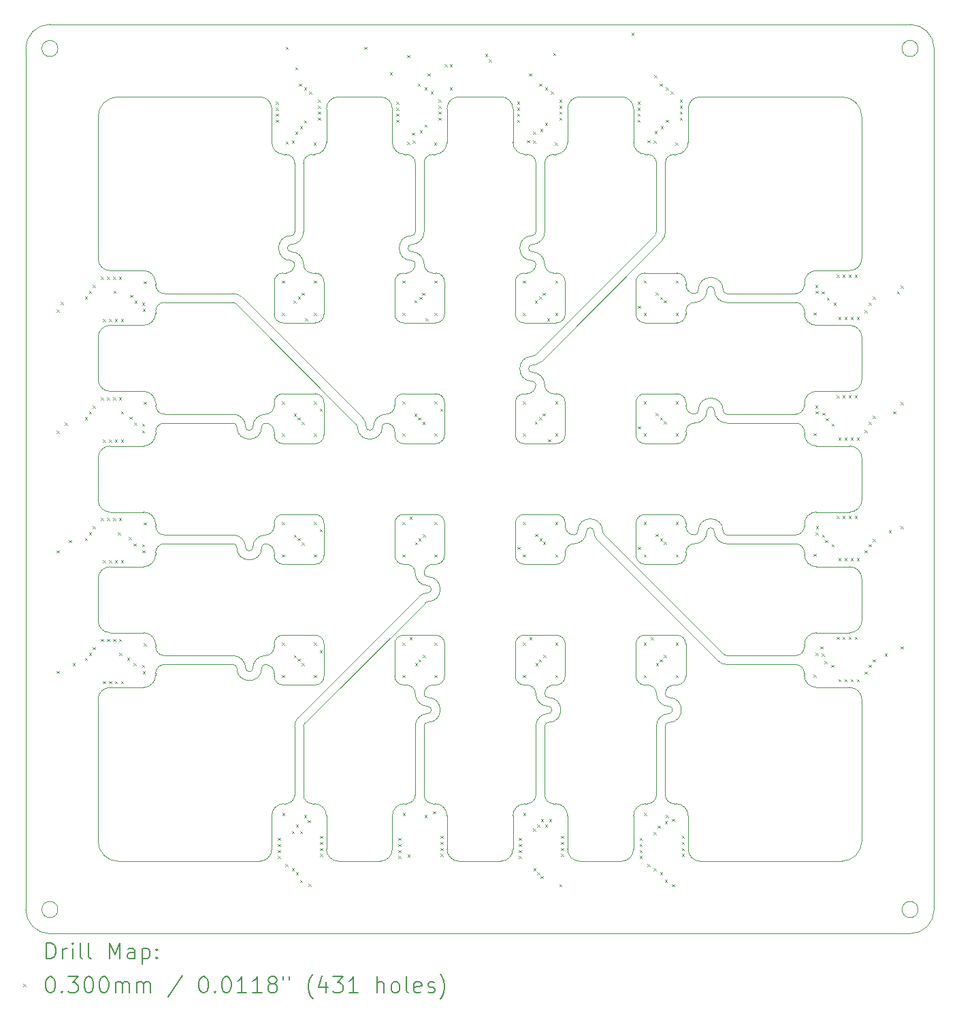
<source format=gbr>
%TF.GenerationSoftware,KiCad,Pcbnew,8.0.1-unknown-202403172319~81f55dfc9c~ubuntu22.04.1*%
%TF.CreationDate,2024-03-25T12:05:22+00:00*%
%TF.ProjectId,LIS3DH_array,4c495333-4448-45f6-9172-7261792e6b69,rev?*%
%TF.SameCoordinates,Original*%
%TF.FileFunction,Drillmap*%
%TF.FilePolarity,Positive*%
%FSLAX45Y45*%
G04 Gerber Fmt 4.5, Leading zero omitted, Abs format (unit mm)*
G04 Created by KiCad (PCBNEW 8.0.1-unknown-202403172319~81f55dfc9c~ubuntu22.04.1) date 2024-03-25 12:05:22*
%MOMM*%
%LPD*%
G01*
G04 APERTURE LIST*
%ADD10C,0.010000*%
%ADD11C,0.038100*%
%ADD12C,0.001000*%
%ADD13C,0.200000*%
%ADD14C,0.100000*%
G04 APERTURE END LIST*
D10*
X11600000Y-11575000D02*
G75*
G02*
X11600000Y-11665000I0J-45000D01*
G01*
X11190000Y-9665000D02*
X11190000Y-9700000D01*
X10200000Y-12190000D02*
X9800000Y-12190000D01*
X12900000Y-7425000D02*
G75*
G02*
X13055000Y-7580000I0J-155000D01*
G01*
X10200000Y-10690000D02*
G75*
G02*
X10310000Y-10800000I0J-110000D01*
G01*
X8215000Y-9310000D02*
X8215000Y-9335001D01*
X11190000Y-7800000D02*
G75*
G02*
X11300000Y-7690000I110000J0D01*
G01*
X14190000Y-12300000D02*
X14190000Y-12700000D01*
X14445000Y-13320000D02*
G75*
G02*
X14600000Y-13165000I155000J0D01*
G01*
X10165000Y-7690000D02*
G75*
G02*
X10055000Y-7580000I0J110000D01*
G01*
X14700000Y-12190000D02*
G75*
G02*
X14810000Y-12300000I0J-110000D01*
G01*
X9535000Y-12600000D02*
G75*
G02*
X9225000Y-12600000I-155000J0D01*
G01*
X11700000Y-9810000D02*
X11300000Y-9810000D01*
X11600000Y-13075000D02*
G75*
G02*
X11600000Y-13165000I0J-45000D01*
G01*
X12945000Y-7180000D02*
G75*
G02*
X12900000Y-7225000I-45000J0D01*
G01*
X14300000Y-10690000D02*
X14700000Y-10690000D01*
X9690000Y-9665000D02*
X9690000Y-9700000D01*
X14190000Y-10800000D02*
G75*
G02*
X14300000Y-10690000I110000J0D01*
G01*
X11810000Y-12700000D02*
G75*
G02*
X11700000Y-12810000I-110000J0D01*
G01*
X9180000Y-9445000D02*
G75*
G02*
X9335000Y-9600000I0J-155000D01*
G01*
X14700000Y-10690000D02*
G75*
G02*
X14810000Y-10800000I0J-110000D01*
G01*
X13310000Y-12700000D02*
G75*
G02*
X13200000Y-12810000I-110000J0D01*
G01*
X15320000Y-11055000D02*
G75*
G02*
X15165000Y-10900000I0J155000D01*
G01*
X10200000Y-9810000D02*
X9800000Y-9810000D01*
X12900000Y-8925000D02*
G75*
G02*
X13055000Y-9080000I0J-155000D01*
G01*
X9179998Y-8055000D02*
G75*
G02*
X9211820Y-8068180I2J-45000D01*
G01*
X12931821Y-8711819D02*
G75*
G02*
X12900000Y-8725000I-31821J31819D01*
G01*
X13165000Y-7690000D02*
X13200000Y-7690000D01*
X12900000Y-7425000D02*
G75*
G02*
X12900000Y-7335000I0J45000D01*
G01*
X11600000Y-12965000D02*
G75*
G02*
X11555000Y-12920000I0J45000D01*
G01*
X9900000Y-7535000D02*
G75*
G02*
X9900000Y-7225000I0J155000D01*
G01*
X11700000Y-7690000D02*
G75*
G02*
X11810000Y-7800000I0J-110000D01*
G01*
X16435000Y-11340000D02*
G75*
G02*
X16285000Y-11190000I0J150000D01*
G01*
X9180000Y-11055000D02*
G75*
G02*
X9225000Y-11100000I0J-45000D01*
G01*
X9580000Y-11055000D02*
G75*
G02*
X9690000Y-11165000I0J-110000D01*
G01*
X14965000Y-7900000D02*
G75*
G02*
X14920000Y-7945000I-45000J0D01*
G01*
X14920000Y-10945000D02*
G75*
G02*
X14810000Y-10835000I0J110000D01*
G01*
X9535000Y-9600000D02*
G75*
G02*
X9225000Y-9600000I-155000J0D01*
G01*
X14810000Y-12700000D02*
G75*
G02*
X14700000Y-12810000I-110000J0D01*
G01*
X12900000Y-9035000D02*
G75*
G02*
X12900000Y-8725000I0J155000D01*
G01*
X14810000Y-10835000D02*
X14810000Y-10800000D01*
X9180000Y-9555000D02*
G75*
G02*
X9225000Y-9600000I0J-45000D01*
G01*
X13200000Y-9190000D02*
G75*
G02*
X13310000Y-9300000I0J-110000D01*
G01*
X12800000Y-8310000D02*
G75*
G02*
X12690000Y-8200000I0J110000D01*
G01*
X15075000Y-9400000D02*
G75*
G02*
X14920000Y-9555000I-155000J0D01*
G01*
X10340000Y-14850001D02*
X10340000Y-14435001D01*
X14300000Y-8310000D02*
G75*
G02*
X14190000Y-8200000I0J110000D01*
G01*
X11400000Y-7425000D02*
G75*
G02*
X11400000Y-7335000I0J45000D01*
G01*
X14810000Y-12300000D02*
X14810000Y-12700000D01*
X9900000Y-7425000D02*
G75*
G02*
X9900000Y-7335000I0J45000D01*
G01*
X15320000Y-9445000D02*
G75*
G02*
X15275000Y-9400000I0J45000D01*
G01*
X9690000Y-11165000D02*
X9690000Y-11200000D01*
X10340000Y-5650000D02*
G75*
G02*
X10490000Y-5500000I150000J0D01*
G01*
X11665000Y-11310000D02*
X11700000Y-11310000D01*
X12835000Y-7690000D02*
X12800000Y-7690000D01*
X14600000Y-12965000D02*
G75*
G02*
X14555000Y-12920000I0J45000D01*
G01*
X9580000Y-12555000D02*
G75*
G02*
X9690000Y-12665000I0J-110000D01*
G01*
X13200000Y-10690000D02*
G75*
G02*
X13310000Y-10800000I0J-110000D01*
G01*
X15320000Y-10945000D02*
G75*
G02*
X15275000Y-10900000I0J45000D01*
G01*
X9180000Y-10945000D02*
G75*
G02*
X9335000Y-11100000I0J-155000D01*
G01*
X10200000Y-9190000D02*
X9800000Y-9190000D01*
X12690000Y-10800000D02*
G75*
G02*
X12800000Y-10690000I110000J0D01*
G01*
X13310000Y-12300000D02*
X13310000Y-12700000D01*
X9535000Y-11100000D02*
G75*
G02*
X9225000Y-11100000I-155000J0D01*
G01*
X11665000Y-7690000D02*
X11700000Y-7690000D01*
X11190000Y-9300000D02*
G75*
G02*
X11300000Y-9190000I110000J0D01*
G01*
X14300000Y-12810000D02*
G75*
G02*
X14190000Y-12700000I0J110000D01*
G01*
X9945000Y-7180000D02*
G75*
G02*
X9900000Y-7225000I-45000J0D01*
G01*
X14810000Y-7835000D02*
X14810000Y-7800000D01*
X8065000Y-7660000D02*
G75*
G02*
X8215000Y-7810000I0J-150000D01*
G01*
X12900000Y-7535000D02*
G75*
G02*
X12945000Y-7580000I0J-45000D01*
G01*
X14965000Y-10900000D02*
G75*
G02*
X15275000Y-10900000I155000J0D01*
G01*
X11810000Y-8200000D02*
X11810000Y-7800000D01*
X8325000Y-12445000D02*
G75*
G02*
X8215000Y-12335001I0J110000D01*
G01*
X14600000Y-12965000D02*
G75*
G02*
X14600000Y-13275000I0J-155000D01*
G01*
X15075000Y-9400000D02*
G75*
G02*
X15165000Y-9400000I45000J0D01*
G01*
X13100000Y-13075000D02*
G75*
G02*
X12945000Y-12920000I0J155000D01*
G01*
X11300000Y-12810000D02*
G75*
G02*
X11190000Y-12700000I0J110000D01*
G01*
X9425000Y-9600000D02*
G75*
G02*
X9335000Y-9600000I-45000J0D01*
G01*
X15075000Y-7900000D02*
G75*
G02*
X15165000Y-7900000I45000J0D01*
G01*
X11400000Y-7535000D02*
G75*
G02*
X11400000Y-7225000I0J155000D01*
G01*
X9425000Y-12600000D02*
G75*
G02*
X9580000Y-12445000I155000J0D01*
G01*
X13465000Y-10900000D02*
G75*
G02*
X13775000Y-10900000I155000J0D01*
G01*
X7499999Y-8490000D02*
G75*
G02*
X7649999Y-8339999I150001J0D01*
G01*
X12945000Y-7580000D02*
G75*
G02*
X12835000Y-7690000I-110000J0D01*
G01*
X9690000Y-10835000D02*
G75*
G02*
X9580000Y-10945000I-110000J0D01*
G01*
X11555000Y-11420000D02*
G75*
G02*
X11665000Y-11310000I110000J0D01*
G01*
X14665000Y-12810000D02*
X14700000Y-12810000D01*
X14555000Y-13320000D02*
G75*
G02*
X14600000Y-13275000I45000J0D01*
G01*
X14335000Y-12810000D02*
X14300000Y-12810000D01*
X14700000Y-9190000D02*
G75*
G02*
X14810000Y-9300000I0J-110000D01*
G01*
X10310000Y-8200000D02*
G75*
G02*
X10200000Y-8310000I-110000J0D01*
G01*
X9425000Y-11100000D02*
G75*
G02*
X9580000Y-10945000I155000J0D01*
G01*
X10310000Y-12700000D02*
X10310000Y-12300000D01*
X12800000Y-11310000D02*
X13200000Y-11310000D01*
X13200000Y-12190000D02*
G75*
G02*
X13310000Y-12300000I0J-110000D01*
G01*
X14190000Y-9300000D02*
G75*
G02*
X14300000Y-9190000I110000J0D01*
G01*
X9800000Y-9810000D02*
G75*
G02*
X9690000Y-9700000I0J110000D01*
G01*
X15320000Y-8055000D02*
G75*
G02*
X15165000Y-7900000I0J155000D01*
G01*
X10200000Y-11310000D02*
X9800000Y-11310000D01*
X12900000Y-7535000D02*
G75*
G02*
X12900000Y-7225000I0J155000D01*
G01*
X13055000Y-12920000D02*
G75*
G02*
X13165000Y-12810000I110000J0D01*
G01*
X9180000Y-12555000D02*
G75*
G02*
X9225000Y-12600000I0J-45000D01*
G01*
X13055000Y-13320000D02*
G75*
G02*
X13100000Y-13275000I45000J0D01*
G01*
X10310000Y-9700000D02*
G75*
G02*
X10200000Y-9810000I-110000J0D01*
G01*
X9425000Y-12600000D02*
G75*
G02*
X9335000Y-12600000I-45000J0D01*
G01*
X10310000Y-11200000D02*
G75*
G02*
X10200000Y-11310000I-110000J0D01*
G01*
X14810000Y-9700000D02*
G75*
G02*
X14700000Y-9810000I-110000J0D01*
G01*
X12690000Y-8200000D02*
X12690000Y-7800000D01*
X14300000Y-11310000D02*
G75*
G02*
X14190000Y-11200000I0J110000D01*
G01*
X15320000Y-7945000D02*
G75*
G02*
X15275000Y-7900000I0J45000D01*
G01*
X11600000Y-13075000D02*
G75*
G02*
X11445000Y-12920000I0J155000D01*
G01*
X14300000Y-9810000D02*
X14700000Y-9810000D01*
X9425000Y-9600000D02*
G75*
G02*
X9580000Y-9445000I155000J0D01*
G01*
X9835000Y-7690000D02*
X9800000Y-7690000D01*
X10165000Y-7690000D02*
X10200000Y-7690000D01*
X9800000Y-11310000D02*
G75*
G02*
X9690000Y-11200000I0J110000D01*
G01*
X9180000Y-12445000D02*
G75*
G02*
X9335000Y-12600000I0J-155000D01*
G01*
X9690000Y-7800000D02*
G75*
G02*
X9800000Y-7690000I110000J0D01*
G01*
X14810000Y-8165000D02*
G75*
G02*
X14920000Y-8055000I110000J0D01*
G01*
X14810000Y-8200000D02*
G75*
G02*
X14700000Y-8310000I-110000J0D01*
G01*
X11600000Y-12965000D02*
G75*
G02*
X11600000Y-13275000I0J-155000D01*
G01*
X11300000Y-11310000D02*
G75*
G02*
X11190000Y-11200000I0J110000D01*
G01*
X9800000Y-8310000D02*
G75*
G02*
X9690000Y-8200000I0J110000D01*
G01*
X13340000Y-14850001D02*
X13340000Y-14435001D01*
X9535000Y-12600000D02*
G75*
G02*
X9580000Y-12555000I45000J0D01*
G01*
X15075000Y-10900000D02*
G75*
G02*
X15165000Y-10900000I45000J0D01*
G01*
X14300000Y-9810000D02*
G75*
G02*
X14190000Y-9700000I0J110000D01*
G01*
X9690000Y-10835000D02*
X9690000Y-10800000D01*
X15075000Y-7900000D02*
G75*
G02*
X14920000Y-8055000I-155000J0D01*
G01*
X11190000Y-9335000D02*
G75*
G02*
X11080000Y-9445000I-110000J0D01*
G01*
X13310000Y-11165000D02*
X13310000Y-11200000D01*
X15320000Y-9555000D02*
G75*
G02*
X15165000Y-9400000I0J155000D01*
G01*
X14810000Y-11165000D02*
G75*
G02*
X14920000Y-11055000I110000J0D01*
G01*
X14555000Y-12920000D02*
G75*
G02*
X14665000Y-12810000I110000J0D01*
G01*
X11335000Y-7690000D02*
X11300000Y-7690000D01*
X12945000Y-13320000D02*
G75*
G02*
X13100000Y-13165000I155000J0D01*
G01*
X14600000Y-13075000D02*
G75*
G02*
X14600000Y-13165000I0J-45000D01*
G01*
X9945000Y-7580000D02*
G75*
G02*
X9835000Y-7690000I-110000J0D01*
G01*
X11555000Y-7180000D02*
G75*
G02*
X11400000Y-7335000I-155000J0D01*
G01*
X9690000Y-9300000D02*
G75*
G02*
X9800000Y-9190000I110000J0D01*
G01*
X10200000Y-10690000D02*
X9800000Y-10690000D01*
X10055000Y-7180000D02*
G75*
G02*
X9900000Y-7335000I-155000J0D01*
G01*
X13165000Y-12810000D02*
X13200000Y-12810000D01*
X9690000Y-8200000D02*
X9690000Y-7800000D01*
X15320002Y-9445001D02*
X16175001Y-9445001D01*
X9690000Y-10800000D02*
G75*
G02*
X9800000Y-10690000I110000J0D01*
G01*
X14810000Y-8165000D02*
X14810000Y-8200000D01*
X10310000Y-12700000D02*
G75*
G02*
X10200000Y-12810000I-110000J0D01*
G01*
X14965000Y-7900000D02*
G75*
G02*
X15275000Y-7900000I155000J0D01*
G01*
X11555000Y-13320000D02*
G75*
G02*
X11600000Y-13275000I45000J0D01*
G01*
X11190000Y-12300000D02*
X11190000Y-12700000D01*
X11840000Y-14850001D02*
X11840000Y-14435001D01*
X16285001Y-12310000D02*
X16285001Y-12335001D01*
X9690000Y-12300000D02*
G75*
G02*
X9800000Y-12190000I110000J0D01*
G01*
X9180000Y-10945000D02*
X8325000Y-10945000D01*
X9690000Y-12665000D02*
X9690000Y-12700000D01*
X11810000Y-12300000D02*
X11810000Y-12700000D01*
X14965000Y-10900000D02*
G75*
G02*
X14920000Y-10945000I-45000J0D01*
G01*
X14335000Y-12810000D02*
G75*
G02*
X14445000Y-12920000I0J-110000D01*
G01*
X14690000Y-14285001D02*
X14664999Y-14285001D01*
X11335000Y-12810000D02*
X11300000Y-12810000D01*
X14920000Y-7945000D02*
G75*
G02*
X14810000Y-7835000I0J110000D01*
G01*
X10200000Y-9190000D02*
G75*
G02*
X10310000Y-9300000I0J-110000D01*
G01*
X11300000Y-8310000D02*
G75*
G02*
X11190000Y-8200000I0J110000D01*
G01*
X14300000Y-9190000D02*
X14700000Y-9190000D01*
X14554999Y-13320002D02*
X14554999Y-14175001D01*
X11445000Y-7180000D02*
G75*
G02*
X11400000Y-7225000I-45000J0D01*
G01*
X9900000Y-7425000D02*
G75*
G02*
X10055000Y-7580000I0J-155000D01*
G01*
X13575000Y-10900000D02*
G75*
G02*
X13420000Y-11055000I-155000J0D01*
G01*
X11335000Y-12810000D02*
G75*
G02*
X11445000Y-12920000I0J-110000D01*
G01*
X14300000Y-8310000D02*
X14700000Y-8310000D01*
X14690000Y-14285001D02*
G75*
G02*
X14839999Y-14435001I0J-149999D01*
G01*
X12690000Y-7800000D02*
G75*
G02*
X12800000Y-7690000I110000J0D01*
G01*
X12690000Y-9700000D02*
X12690000Y-9300000D01*
X10200000Y-12810000D02*
X9800000Y-12810000D01*
X10200000Y-7690000D02*
G75*
G02*
X10310000Y-7800000I0J-110000D01*
G01*
X12800000Y-10690000D02*
X13200000Y-10690000D01*
X11700000Y-12190000D02*
G75*
G02*
X11810000Y-12300000I0J-110000D01*
G01*
X14300000Y-11310000D02*
X14700000Y-11310000D01*
X11445000Y-13320000D02*
G75*
G02*
X11600000Y-13165000I155000J0D01*
G01*
X11335000Y-11310000D02*
G75*
G02*
X11445000Y-11420000I0J-110000D01*
G01*
X16850001Y-12160000D02*
X16435001Y-12160000D01*
X13055000Y-7180000D02*
X13055000Y-6325000D01*
X11665000Y-7690000D02*
G75*
G02*
X11555000Y-7580000I0J110000D01*
G01*
X13100000Y-12965000D02*
G75*
G02*
X13055000Y-12920000I0J45000D01*
G01*
X13100000Y-13075000D02*
G75*
G02*
X13100000Y-13165000I0J-45000D01*
G01*
X11664999Y-14285001D02*
G75*
G02*
X11554999Y-14175001I1J110001D01*
G01*
X9690000Y-9335000D02*
X9690000Y-9300000D01*
X13100000Y-12965000D02*
G75*
G02*
X13100000Y-13275000I0J-155000D01*
G01*
X13200000Y-7690000D02*
G75*
G02*
X13310000Y-7800000I0J-110000D01*
G01*
X11665000Y-12810000D02*
X11700000Y-12810000D01*
X9179998Y-11054999D02*
X8324998Y-11054999D01*
X14300000Y-7690000D02*
X14700000Y-7690000D01*
X12690000Y-12300000D02*
X12690000Y-12700000D01*
X12800000Y-11310000D02*
G75*
G02*
X12690000Y-11200000I0J110000D01*
G01*
X9800000Y-12810000D02*
G75*
G02*
X9690000Y-12700000I0J110000D01*
G01*
X7499999Y-12990000D02*
X7500000Y-14750000D01*
X9690000Y-9335000D02*
G75*
G02*
X9580000Y-9445000I-110000J0D01*
G01*
X9580000Y-9555000D02*
G75*
G02*
X9690000Y-9665000I0J-110000D01*
G01*
D11*
X17700000Y-4900000D02*
G75*
G02*
X17500000Y-4900000I-100000J0D01*
G01*
X17500000Y-4900000D02*
G75*
G02*
X17700000Y-4900000I100000J0D01*
G01*
D10*
X14810000Y-9665000D02*
X14810000Y-9700000D01*
X13310000Y-8200000D02*
X13310000Y-7800000D01*
X11080000Y-9555000D02*
G75*
G02*
X11190000Y-9665000I0J-110000D01*
G01*
D12*
X7500000Y-5750000D02*
G75*
G02*
X7750000Y-5500000I250000J0D01*
G01*
D10*
X11190000Y-12300000D02*
G75*
G02*
X11300000Y-12190000I110000J0D01*
G01*
X13420000Y-10945000D02*
G75*
G02*
X13310000Y-10835000I0J110000D01*
G01*
X9535000Y-11100000D02*
G75*
G02*
X9580000Y-11055000I45000J0D01*
G01*
X16285000Y-8190000D02*
X16285000Y-8164999D01*
X13165000Y-9190000D02*
X13200000Y-9190000D01*
X15320002Y-12445001D02*
X16175001Y-12445001D01*
X9900000Y-7535000D02*
G75*
G02*
X9945000Y-7580000I0J-45000D01*
G01*
X17000001Y-10510000D02*
G75*
G02*
X16850001Y-10660001I-150001J0D01*
G01*
X7500000Y-9010000D02*
X7499999Y-8490000D01*
X14810000Y-11200000D02*
G75*
G02*
X14700000Y-11310000I-110000J0D01*
G01*
X15075000Y-10900000D02*
G75*
G02*
X14920000Y-11055000I-155000J0D01*
G01*
X11445000Y-7580000D02*
G75*
G02*
X11335000Y-7690000I-110000J0D01*
G01*
X11010000Y-5499999D02*
G75*
G02*
X11160001Y-5649999I0J-150001D01*
G01*
X11600000Y-11465000D02*
G75*
G02*
X11555000Y-11420000I0J45000D01*
G01*
X11335001Y-6214999D02*
G75*
G02*
X11445001Y-6324998I-1J-110001D01*
G01*
X11400000Y-7425000D02*
G75*
G02*
X11555000Y-7580000I0J-155000D01*
G01*
X14600000Y-13075000D02*
G75*
G02*
X14445000Y-12920000I0J155000D01*
G01*
X8214999Y-9664999D02*
G75*
G02*
X8324998Y-9554999I110001J-1D01*
G01*
X11035000Y-9600000D02*
G75*
G02*
X11080000Y-9555000I45000J0D01*
G01*
X8065000Y-9160000D02*
G75*
G02*
X8215000Y-9310000I0J-150000D01*
G01*
X13165000Y-9190000D02*
G75*
G02*
X13055000Y-9080000I0J110000D01*
G01*
X12945000Y-13320000D02*
X12945000Y-14175000D01*
X13055000Y-7180000D02*
G75*
G02*
X12900000Y-7335000I-155000J0D01*
G01*
X16285001Y-10810000D02*
X16285001Y-10835001D01*
X11810000Y-10800000D02*
X11810000Y-11200000D01*
X14190000Y-12300000D02*
G75*
G02*
X14300000Y-12190000I110000J0D01*
G01*
X13310000Y-10835000D02*
X13310000Y-10800000D01*
X11810000Y-8200000D02*
G75*
G02*
X11700000Y-8310000I-110000J0D01*
G01*
X9425000Y-11100000D02*
G75*
G02*
X9335000Y-11100000I-45000J0D01*
G01*
X11400000Y-7535000D02*
G75*
G02*
X11445000Y-7580000I0J-45000D01*
G01*
X11190000Y-10800000D02*
X11190000Y-11200000D01*
X14965000Y-9400000D02*
G75*
G02*
X15275000Y-9400000I155000J0D01*
G01*
X9510000Y-15000000D02*
X7750000Y-15000000D01*
X14700000Y-7690000D02*
G75*
G02*
X14810000Y-7800000I0J-110000D01*
G01*
X12835000Y-12810000D02*
G75*
G02*
X12945000Y-12920000I0J-110000D01*
G01*
X14920000Y-9445000D02*
G75*
G02*
X14810000Y-9335000I0J110000D01*
G01*
X14445000Y-14175000D02*
G75*
G02*
X14335001Y-14285000I-110000J0D01*
G01*
X12690000Y-12300000D02*
G75*
G02*
X12800000Y-12190000I110000J0D01*
G01*
X12800000Y-12810000D02*
G75*
G02*
X12690000Y-12700000I0J110000D01*
G01*
X11190000Y-8200000D02*
X11190000Y-7800000D01*
X11810000Y-9300000D02*
X11810000Y-9700000D01*
X14965000Y-9400000D02*
G75*
G02*
X14920000Y-9445000I-45000J0D01*
G01*
X14810000Y-11165000D02*
X14810000Y-11200000D01*
X11555000Y-12920000D02*
G75*
G02*
X11665000Y-12810000I110000J0D01*
G01*
X12810000Y-6214999D02*
X12835001Y-6214999D01*
X11555000Y-6325000D02*
G75*
G02*
X11664999Y-6215000I110000J0D01*
G01*
X12945000Y-9080000D02*
G75*
G02*
X12835000Y-9190000I-110000J0D01*
G01*
X16850000Y-8340000D02*
X16435000Y-8340000D01*
X11310000Y-6214999D02*
G75*
G02*
X11160001Y-6064999I0J149999D01*
G01*
X14445000Y-13320000D02*
X14445000Y-14175000D01*
X14990000Y-15000001D02*
X16750000Y-15000000D01*
X13310000Y-11165000D02*
G75*
G02*
X13420000Y-11055000I110000J0D01*
G01*
X14010000Y-5499999D02*
G75*
G02*
X14160001Y-5649999I0J-150001D01*
G01*
X14310000Y-14285000D02*
X14335001Y-14285000D01*
X11310000Y-14285000D02*
X11335001Y-14285000D01*
X7650000Y-12160000D02*
X8065000Y-12160000D01*
X12800000Y-9810000D02*
G75*
G02*
X12690000Y-9700000I0J110000D01*
G01*
X15320000Y-8055000D02*
X16175000Y-8055000D01*
X13165000Y-7690000D02*
G75*
G02*
X13055000Y-7580000I0J110000D01*
G01*
X13055000Y-6325000D02*
G75*
G02*
X13164999Y-6215000I110000J0D01*
G01*
X11335000Y-11310000D02*
X11300000Y-11310000D01*
X14810000Y-9665000D02*
G75*
G02*
X14920000Y-9555000I110000J0D01*
G01*
X10200000Y-12190000D02*
G75*
G02*
X10310000Y-12300000I0J-110000D01*
G01*
X12900000Y-9035000D02*
G75*
G02*
X12945000Y-9080000I0J-45000D01*
G01*
D11*
X6900000Y-4600000D02*
X17600000Y-4600000D01*
D10*
X11690000Y-6215000D02*
X11664999Y-6215000D01*
X10310000Y-8200000D02*
X10310000Y-7800000D01*
X7650002Y-10660001D02*
X8065002Y-10660001D01*
X9180000Y-7945000D02*
G75*
G02*
X9289602Y-7990399I0J-155000D01*
G01*
X11568179Y-11788181D02*
G75*
G02*
X11600000Y-11775000I31821J-31819D01*
G01*
X13310000Y-11200000D02*
G75*
G02*
X13200000Y-11310000I-110000J0D01*
G01*
X8065000Y-12160000D02*
G75*
G02*
X8215000Y-12310000I0J-150000D01*
G01*
X8214999Y-8190000D02*
G75*
G02*
X8064999Y-8339999I-149999J0D01*
G01*
X14010000Y-15000000D02*
X13490000Y-15000001D01*
X8325000Y-7945000D02*
G75*
G02*
X8215000Y-7835001I0J110000D01*
G01*
X11600000Y-11575000D02*
G75*
G02*
X11445000Y-11420000I0J155000D01*
G01*
X13310000Y-9700000D02*
G75*
G02*
X13200000Y-9810000I-110000J0D01*
G01*
X13490000Y-15000001D02*
G75*
G02*
X13339999Y-14850001I0J150001D01*
G01*
X9690000Y-12335000D02*
G75*
G02*
X9580000Y-12445000I-110000J0D01*
G01*
X11810000Y-11200000D02*
G75*
G02*
X11700000Y-11310000I-110000J0D01*
G01*
X16435000Y-9840000D02*
G75*
G02*
X16285000Y-9690000I0J150000D01*
G01*
X13054999Y-13320002D02*
X13054999Y-14175001D01*
X13575000Y-10900000D02*
G75*
G02*
X13665000Y-10900000I45000J0D01*
G01*
X17000001Y-7510000D02*
X17000000Y-5750000D01*
X14840000Y-5650000D02*
G75*
G02*
X14990000Y-5500000I150000J0D01*
G01*
X15288180Y-12431820D02*
X13788181Y-10931821D01*
X8214999Y-8190000D02*
X8214999Y-8164999D01*
X11700000Y-9190000D02*
X11300000Y-9190000D01*
X16435000Y-8340000D02*
G75*
G02*
X16285000Y-8190000I0J150000D01*
G01*
X15320000Y-11055000D02*
X16175000Y-11055000D01*
X7650000Y-12160000D02*
G75*
G02*
X7500000Y-12010000I0J150000D01*
G01*
X12835000Y-12810000D02*
X12800000Y-12810000D01*
X14810000Y-9335000D02*
X14810000Y-9300000D01*
X13465000Y-10900000D02*
G75*
G02*
X13420000Y-10945000I-45000J0D01*
G01*
X9945000Y-14175000D02*
G75*
G02*
X9835001Y-14285000I-110000J0D01*
G01*
X9179998Y-9554999D02*
X8324998Y-9554999D01*
X8214999Y-12690000D02*
G75*
G02*
X8064999Y-12839999I-149999J0D01*
G01*
X12835000Y-9190000D02*
X12800000Y-9190000D01*
X10490000Y-15000001D02*
G75*
G02*
X10339999Y-14850001I0J150001D01*
G01*
X11300000Y-9810000D02*
G75*
G02*
X11190000Y-9700000I0J110000D01*
G01*
X11554999Y-13320002D02*
X11554999Y-14175001D01*
X11600000Y-11465000D02*
G75*
G02*
X11600000Y-11775000I0J-155000D01*
G01*
X12690000Y-9300000D02*
G75*
G02*
X12800000Y-9190000I110000J0D01*
G01*
D11*
X6600000Y-4900000D02*
G75*
G02*
X6900000Y-4600000I300000J0D01*
G01*
D10*
X7650000Y-9160000D02*
G75*
G02*
X7500000Y-9010000I0J150000D01*
G01*
X13190000Y-14285001D02*
G75*
G02*
X13339999Y-14435001I0J-149999D01*
G01*
X8215001Y-11190001D02*
X8215001Y-11165000D01*
X9510000Y-5499999D02*
G75*
G02*
X9660001Y-5649999I0J-150001D01*
G01*
X10164999Y-14285001D02*
G75*
G02*
X10054999Y-14175001I1J110001D01*
G01*
X12660000Y-5649999D02*
X12660000Y-6064999D01*
X13310000Y-8200000D02*
G75*
G02*
X13200000Y-8310000I-110000J0D01*
G01*
X14190000Y-7800000D02*
G75*
G02*
X14300000Y-7690000I110000J0D01*
G01*
X13310000Y-9700000D02*
X13310000Y-9300000D01*
X11190000Y-10800000D02*
G75*
G02*
X11300000Y-10690000I110000J0D01*
G01*
X14160000Y-14850000D02*
X14160000Y-14435000D01*
X11445001Y-7179998D02*
X11445001Y-6324998D01*
X9945001Y-7179998D02*
X9945001Y-6324998D01*
X14840000Y-5650000D02*
X14840000Y-6065000D01*
D11*
X7000000Y-4900000D02*
G75*
G02*
X6800000Y-4900000I-100000J0D01*
G01*
X6800000Y-4900000D02*
G75*
G02*
X7000000Y-4900000I100000J0D01*
G01*
D10*
X12945001Y-7179998D02*
X12945001Y-6324998D01*
X10310000Y-9300000D02*
X10310000Y-9700000D01*
X17000000Y-9990000D02*
X17000001Y-10510000D01*
X16285001Y-10835001D02*
G75*
G02*
X16175001Y-10945001I-110001J1D01*
G01*
X16850001Y-7660000D02*
X16435001Y-7660000D01*
X11700000Y-9190000D02*
G75*
G02*
X11810000Y-9300000I0J-110000D01*
G01*
X7499999Y-12990000D02*
G75*
G02*
X7649999Y-12839999I150001J0D01*
G01*
X12900000Y-8925000D02*
G75*
G02*
X12900000Y-8835000I0J45000D01*
G01*
D11*
X17600000Y-15900000D02*
X6900000Y-15900000D01*
D10*
X9535000Y-9600000D02*
G75*
G02*
X9580000Y-9555000I45000J0D01*
G01*
X15320002Y-7945001D02*
X16175001Y-7945001D01*
X12945000Y-14175000D02*
G75*
G02*
X12835001Y-14285000I-110000J0D01*
G01*
X17000000Y-8490000D02*
X17000001Y-9010000D01*
X10340000Y-6065000D02*
G75*
G02*
X10190000Y-6215000I-150000J0D01*
G01*
X14160000Y-14435000D02*
G75*
G02*
X14310000Y-14285000I150000J0D01*
G01*
D11*
X7000000Y-15600000D02*
G75*
G02*
X6800000Y-15600000I-100000J0D01*
G01*
X6800000Y-15600000D02*
G75*
G02*
X7000000Y-15600000I100000J0D01*
G01*
D10*
X11160000Y-14850000D02*
X11160000Y-14435000D01*
X11010000Y-15000000D02*
X10490000Y-15000001D01*
X10190000Y-6215000D02*
X10164999Y-6215000D01*
X9945000Y-13320000D02*
G75*
G02*
X9990399Y-13210398I155000J0D01*
G01*
X8214999Y-12664999D02*
G75*
G02*
X8324998Y-12554999I110001J-1D01*
G01*
X14700000Y-12190000D02*
X14300000Y-12190000D01*
X13340000Y-5650000D02*
X13340000Y-6065000D01*
X9660000Y-14435000D02*
G75*
G02*
X9810000Y-14285000I150000J0D01*
G01*
X7649999Y-9840000D02*
X8064999Y-9840000D01*
X9945000Y-13320000D02*
X9945000Y-14175000D01*
X14840000Y-14850001D02*
X14840000Y-14435001D01*
X9690000Y-12335000D02*
X9690000Y-12300000D01*
X16285001Y-9310000D02*
G75*
G02*
X16435001Y-9160001I149999J0D01*
G01*
X11160000Y-5649999D02*
X11160000Y-6064999D01*
X16285000Y-11190000D02*
X16285000Y-11164999D01*
X10925000Y-9600000D02*
G75*
G02*
X10835000Y-9600000I-45000J0D01*
G01*
X11555000Y-7180000D02*
X11555000Y-6325000D01*
X17000000Y-11490000D02*
X17000001Y-12010000D01*
D12*
X17000000Y-14750000D02*
G75*
G02*
X16750000Y-15000000I-250000J0D01*
G01*
D10*
X7649999Y-12840000D02*
X8064999Y-12840000D01*
X9800000Y-8310000D02*
X10200000Y-8310000D01*
X8325000Y-10945000D02*
G75*
G02*
X8215000Y-10835001I0J110000D01*
G01*
X11445000Y-13320000D02*
X11445000Y-14175000D01*
X8325000Y-9445000D02*
G75*
G02*
X8215000Y-9335001I0J110000D01*
G01*
D11*
X17700000Y-15600000D02*
G75*
G02*
X17500000Y-15600000I-100000J0D01*
G01*
X17500000Y-15600000D02*
G75*
G02*
X17700000Y-15600000I100000J0D01*
G01*
X17900000Y-4900000D02*
X17900000Y-15600000D01*
D10*
X16435000Y-12840000D02*
G75*
G02*
X16285000Y-12690000I0J150000D01*
G01*
X9179998Y-12554999D02*
X8324998Y-12554999D01*
X10190000Y-14285001D02*
X10164999Y-14285001D01*
X9180000Y-7945000D02*
X8325000Y-7945000D01*
X16175000Y-9555000D02*
G75*
G02*
X16285000Y-9664999I0J-110000D01*
G01*
X11700000Y-10690000D02*
G75*
G02*
X11810000Y-10800000I0J-110000D01*
G01*
X10190000Y-14285001D02*
G75*
G02*
X10339999Y-14435001I0J-149999D01*
G01*
X15210398Y-12509601D02*
X13710398Y-11009602D01*
X9660000Y-5649999D02*
X9660000Y-6064999D01*
X16285000Y-12690000D02*
X16285000Y-12664999D01*
X7650000Y-7660000D02*
X8065000Y-7660000D01*
X14190000Y-11200000D02*
X14190000Y-10800000D01*
X14190000Y-9300000D02*
X14190000Y-9700000D01*
X9660000Y-14850000D02*
G75*
G02*
X9510000Y-15000000I-150000J0D01*
G01*
X10925000Y-9600000D02*
G75*
G02*
X11080000Y-9445000I155000J0D01*
G01*
X14990000Y-15000001D02*
G75*
G02*
X14839999Y-14850001I0J150001D01*
G01*
X16285001Y-12335001D02*
G75*
G02*
X16175001Y-12445001I-110001J1D01*
G01*
X7500000Y-12010000D02*
X7500000Y-11490000D01*
X12510000Y-5499999D02*
G75*
G02*
X12660001Y-5649999I0J-150001D01*
G01*
X9180000Y-9445000D02*
X8325000Y-9445000D01*
X12690000Y-10800000D02*
X12690000Y-11200000D01*
X11190000Y-9335000D02*
X11190000Y-9300000D01*
X8214999Y-8164999D02*
G75*
G02*
X8324998Y-8054999I110001J-1D01*
G01*
X8214999Y-12690000D02*
X8214999Y-12664999D01*
D11*
X17600000Y-4600000D02*
G75*
G02*
X17900000Y-4900000I0J-300000D01*
G01*
D10*
X15320000Y-9555000D02*
X16175000Y-9555000D01*
X17000001Y-12010000D02*
G75*
G02*
X16850001Y-12160001I-150001J0D01*
G01*
X9810000Y-14285000D02*
X9835001Y-14285000D01*
X9180000Y-12445000D02*
X8325000Y-12445000D01*
D12*
X16750000Y-5500000D02*
G75*
G02*
X17000000Y-5750000I0J-250000D01*
G01*
D10*
X16175000Y-8055000D02*
G75*
G02*
X16285000Y-8164999I0J-110000D01*
G01*
X16285001Y-12310000D02*
G75*
G02*
X16435001Y-12160001I149999J0D01*
G01*
X12660000Y-14850000D02*
X12660000Y-14435000D01*
X9810000Y-6214999D02*
G75*
G02*
X9660001Y-6064999I0J149999D01*
G01*
X8214999Y-9690000D02*
G75*
G02*
X8064999Y-9839999I-149999J0D01*
G01*
X16285001Y-10810000D02*
G75*
G02*
X16435001Y-10660001I149999J0D01*
G01*
X12660000Y-14850000D02*
G75*
G02*
X12510000Y-15000000I-150000J0D01*
G01*
X9289602Y-7990399D02*
X10789602Y-9490398D01*
X14310000Y-6214999D02*
X14335001Y-6214999D01*
X9660000Y-14850000D02*
X9660000Y-14435000D01*
X15320002Y-10945001D02*
X16175001Y-10945001D01*
X17000001Y-7510000D02*
G75*
G02*
X16850001Y-7660001I-150001J0D01*
G01*
D12*
X7750000Y-15000000D02*
G75*
G02*
X7500000Y-14750000I0J250000D01*
G01*
D10*
X11035000Y-9600000D02*
G75*
G02*
X10725000Y-9600000I-155000J0D01*
G01*
X14160000Y-5649999D02*
X14160000Y-6064999D01*
X14840000Y-6065000D02*
G75*
G02*
X14690000Y-6215000I-150000J0D01*
G01*
X15320000Y-12555000D02*
G75*
G02*
X15210398Y-12509601I0J155000D01*
G01*
X11840000Y-5650000D02*
G75*
G02*
X11990000Y-5500000I150000J0D01*
G01*
X14555000Y-6325000D02*
G75*
G02*
X14664999Y-6215000I110000J0D01*
G01*
X8215000Y-7810000D02*
X8215000Y-7835001D01*
X8065002Y-10660001D02*
G75*
G02*
X8214999Y-10810000I-2J-149999D01*
G01*
X10789602Y-9490398D02*
G75*
G02*
X10835000Y-9600000I-109602J-109602D01*
G01*
X10310000Y-11200000D02*
X10310000Y-10800000D01*
X13490000Y-5500000D02*
X14010000Y-5499999D01*
X11490398Y-11710398D02*
G75*
G02*
X11600000Y-11665000I109602J-109602D01*
G01*
X12510000Y-15000000D02*
X11990000Y-15000001D01*
X8215000Y-12310000D02*
X8215000Y-12335001D01*
X16285001Y-7835001D02*
G75*
G02*
X16175001Y-7945001I-110001J1D01*
G01*
X16850000Y-8340000D02*
G75*
G02*
X17000000Y-8490000I0J-150000D01*
G01*
X11445000Y-14175000D02*
G75*
G02*
X11335001Y-14285000I-110000J0D01*
G01*
X7500000Y-7510000D02*
X7500000Y-5750000D01*
X11160000Y-14435000D02*
G75*
G02*
X11310000Y-14285000I150000J0D01*
G01*
X11160000Y-14850000D02*
G75*
G02*
X11010000Y-15000000I-150000J0D01*
G01*
X8215001Y-11165000D02*
G75*
G02*
X8325000Y-11055001I109999J0D01*
G01*
X14335001Y-6214999D02*
G75*
G02*
X14445001Y-6324998I-1J-110001D01*
G01*
X9810000Y-6214999D02*
X9835001Y-6214999D01*
X12660000Y-14435000D02*
G75*
G02*
X12810000Y-14285000I150000J0D01*
G01*
X11690000Y-14285001D02*
X11664999Y-14285001D01*
X13788181Y-10931821D02*
G75*
G02*
X13775000Y-10900000I31819J31821D01*
G01*
X11700000Y-10690000D02*
X11300000Y-10690000D01*
X13190000Y-14285001D02*
X13164999Y-14285001D01*
X9835001Y-6214999D02*
G75*
G02*
X9945001Y-6324998I-1J-110001D01*
G01*
X9990399Y-13210398D02*
X11490398Y-11710398D01*
X17000000Y-12990000D02*
X17000000Y-14750000D01*
X14431820Y-7211820D02*
X12931821Y-8711819D01*
D11*
X17900000Y-15600000D02*
G75*
G02*
X17600000Y-15900000I-300000J0D01*
G01*
D10*
X10055000Y-13320002D02*
G75*
G02*
X10068180Y-13288180I45000J2D01*
G01*
X13340000Y-6065000D02*
G75*
G02*
X13190000Y-6215000I-150000J0D01*
G01*
D11*
X6900000Y-15900000D02*
G75*
G02*
X6600000Y-15600000I0J300000D01*
G01*
D10*
X13340000Y-5650000D02*
G75*
G02*
X13490000Y-5500000I150000J0D01*
G01*
X8214999Y-9690000D02*
X8214999Y-9664999D01*
X14555000Y-7180000D02*
G75*
G02*
X14509601Y-7289602I-155000J0D01*
G01*
X11310000Y-6214999D02*
X11335001Y-6214999D01*
X11990000Y-15000001D02*
G75*
G02*
X11839999Y-14850001I0J150001D01*
G01*
X13200000Y-12190000D02*
X12800000Y-12190000D01*
X11990000Y-5500000D02*
X12510000Y-5499999D01*
X13164999Y-14285001D02*
G75*
G02*
X13054999Y-14175001I1J110001D01*
G01*
X10711819Y-9568179D02*
G75*
G02*
X10725000Y-9600000I-31819J-31821D01*
G01*
X16850000Y-12840000D02*
X16435000Y-12840000D01*
X7650000Y-11340000D02*
X8065001Y-11340000D01*
X7499999Y-9990000D02*
X7500002Y-10510001D01*
X10055000Y-7180000D02*
X10055000Y-6325000D01*
X11810000Y-9700000D02*
G75*
G02*
X11700000Y-9810000I-110000J0D01*
G01*
X7650000Y-7660000D02*
G75*
G02*
X7500000Y-7510000I0J150000D01*
G01*
X12835001Y-6214999D02*
G75*
G02*
X12945001Y-6324998I-1J-110001D01*
G01*
X16850000Y-9840000D02*
G75*
G02*
X17000000Y-9990000I0J-150000D01*
G01*
X16850000Y-12840000D02*
G75*
G02*
X17000000Y-12990000I0J-150000D01*
G01*
X8215002Y-10810000D02*
X8215002Y-10835001D01*
X9179998Y-8054999D02*
X8324998Y-8054999D01*
X14445000Y-7179998D02*
G75*
G02*
X14431820Y-7211820I-45000J-2D01*
G01*
X13710398Y-11009602D02*
G75*
G02*
X13665000Y-10900000I109602J109602D01*
G01*
X15320000Y-12555000D02*
X16175000Y-12555000D01*
X16175000Y-11055000D02*
G75*
G02*
X16285000Y-11164999I0J-110000D01*
G01*
X13200000Y-9810000D02*
X12800000Y-9810000D01*
X13009602Y-8789602D02*
G75*
G02*
X12900000Y-8835000I-109602J109602D01*
G01*
X11300000Y-12190000D02*
X11700000Y-12190000D01*
X16285001Y-7810000D02*
X16285001Y-7835001D01*
X8215001Y-11190001D02*
G75*
G02*
X8065001Y-11340001I-150001J1D01*
G01*
X16850001Y-10660000D02*
X16435001Y-10660000D01*
X10340000Y-5650000D02*
X10340000Y-6065000D01*
X11300000Y-8310000D02*
X11700000Y-8310000D01*
X7500000Y-11490000D02*
G75*
G02*
X7650000Y-11340000I150000J0D01*
G01*
X10490000Y-5500000D02*
X11010000Y-5499999D01*
X9510000Y-5499999D02*
X7750000Y-5500000D01*
X7649999Y-8340000D02*
X8064999Y-8340000D01*
X10055000Y-6325000D02*
G75*
G02*
X10164999Y-6215000I110000J0D01*
G01*
X16850000Y-11340000D02*
G75*
G02*
X17000000Y-11490000I0J-150000D01*
G01*
X16175000Y-12555000D02*
G75*
G02*
X16285000Y-12664999I0J-110000D01*
G01*
X10054999Y-13320002D02*
X10054999Y-14175001D01*
X14445001Y-7179998D02*
X14445001Y-6324998D01*
X14990000Y-5500000D02*
X16750000Y-5500000D01*
X14509601Y-7289602D02*
X13009602Y-8789602D01*
X15320002Y-12445000D02*
G75*
G02*
X15288180Y-12431820I-2J45000D01*
G01*
X9211820Y-8068180D02*
X10711819Y-9568179D01*
D11*
X6600000Y-15600000D02*
X6600000Y-4900000D01*
D10*
X16285001Y-9310000D02*
X16285001Y-9335001D01*
X17000001Y-9010000D02*
G75*
G02*
X16850001Y-9160001I-150001J0D01*
G01*
X16285001Y-9335001D02*
G75*
G02*
X16175001Y-9445001I-110001J1D01*
G01*
X13200000Y-8310000D02*
X12800000Y-8310000D01*
X7499999Y-9990000D02*
G75*
G02*
X7649999Y-9839999I150001J0D01*
G01*
X14664999Y-14285001D02*
G75*
G02*
X14554999Y-14175001I1J110001D01*
G01*
X14310000Y-6214999D02*
G75*
G02*
X14160001Y-6064999I0J149999D01*
G01*
X11690000Y-14285001D02*
G75*
G02*
X11839999Y-14435001I0J-149999D01*
G01*
X14555000Y-7180000D02*
X14555000Y-6325000D01*
X10068180Y-13288180D02*
X11568179Y-11788181D01*
X7650002Y-10660001D02*
G75*
G02*
X7499999Y-10510001I-2J150001D01*
G01*
X14160000Y-14850000D02*
G75*
G02*
X14010000Y-15000000I-150000J0D01*
G01*
X14690000Y-6215000D02*
X14664999Y-6215000D01*
X16850000Y-9840000D02*
X16435000Y-9840000D01*
X7650000Y-9160000D02*
X8065000Y-9160000D01*
X14190000Y-7800000D02*
X14190000Y-8200000D01*
X12810000Y-14285000D02*
X12835001Y-14285000D01*
X16285001Y-7810000D02*
G75*
G02*
X16435001Y-7660001I149999J0D01*
G01*
X16850000Y-11340000D02*
X16435000Y-11340000D01*
X13190000Y-6215000D02*
X13164999Y-6215000D01*
X16285000Y-9690000D02*
X16285000Y-9664999D01*
X11840000Y-5650000D02*
X11840000Y-6065000D01*
X16850001Y-9160000D02*
X16435001Y-9160000D01*
X11840000Y-6065000D02*
G75*
G02*
X11690000Y-6215000I-150000J0D01*
G01*
X12810000Y-6214999D02*
G75*
G02*
X12660001Y-6064999I0J149999D01*
G01*
D13*
D14*
X6985000Y-8145000D02*
X7015000Y-8175000D01*
X7015000Y-8145000D02*
X6985000Y-8175000D01*
X6985000Y-9650000D02*
X7015000Y-9680000D01*
X7015000Y-9650000D02*
X6985000Y-9680000D01*
X6985000Y-11135000D02*
X7015000Y-11165000D01*
X7015000Y-11135000D02*
X6985000Y-11165000D01*
X6985000Y-12635000D02*
X7015000Y-12665000D01*
X7015000Y-12635000D02*
X6985000Y-12665000D01*
X7035000Y-8050000D02*
X7065000Y-8080000D01*
X7065000Y-8050000D02*
X7035000Y-8080000D01*
X7085000Y-9550000D02*
X7115000Y-9580000D01*
X7115000Y-9550000D02*
X7085000Y-9580000D01*
X7135000Y-11010000D02*
X7165000Y-11040000D01*
X7165000Y-11010000D02*
X7135000Y-11040000D01*
X7185000Y-12535000D02*
X7215000Y-12565000D01*
X7215000Y-12535000D02*
X7185000Y-12565000D01*
X7335000Y-7980000D02*
X7365000Y-8010000D01*
X7365000Y-7980000D02*
X7335000Y-8010000D01*
X7335000Y-9480000D02*
X7365000Y-9510000D01*
X7365000Y-9480000D02*
X7335000Y-9510000D01*
X7335000Y-10985000D02*
X7365000Y-11015000D01*
X7365000Y-10985000D02*
X7335000Y-11015000D01*
X7335000Y-12475000D02*
X7365000Y-12505000D01*
X7365000Y-12475000D02*
X7335000Y-12505000D01*
X7385000Y-7910000D02*
X7415000Y-7940000D01*
X7415000Y-7910000D02*
X7385000Y-7940000D01*
X7385000Y-9410000D02*
X7415000Y-9440000D01*
X7415000Y-9410000D02*
X7385000Y-9440000D01*
X7385000Y-10910000D02*
X7415000Y-10940000D01*
X7415000Y-10910000D02*
X7385000Y-10940000D01*
X7385000Y-12410000D02*
X7415000Y-12440000D01*
X7415000Y-12410000D02*
X7385000Y-12440000D01*
X7435000Y-7840000D02*
X7465000Y-7870000D01*
X7465000Y-7840000D02*
X7435000Y-7870000D01*
X7435000Y-9335000D02*
X7465000Y-9365000D01*
X7465000Y-9335000D02*
X7435000Y-9365000D01*
X7435000Y-10835000D02*
X7465000Y-10865000D01*
X7465000Y-10835000D02*
X7435000Y-10865000D01*
X7435000Y-12340000D02*
X7465000Y-12370000D01*
X7465000Y-12340000D02*
X7435000Y-12370000D01*
X7535000Y-7735000D02*
X7565000Y-7765000D01*
X7565000Y-7735000D02*
X7535000Y-7765000D01*
X7535000Y-9235000D02*
X7565000Y-9265000D01*
X7565000Y-9235000D02*
X7535000Y-9265000D01*
X7535000Y-12235000D02*
X7565000Y-12265000D01*
X7565000Y-12235000D02*
X7535000Y-12265000D01*
X7535001Y-10735001D02*
X7565001Y-10765001D01*
X7565001Y-10735001D02*
X7535001Y-10765001D01*
X7560000Y-8260000D02*
X7590000Y-8290000D01*
X7590000Y-8260000D02*
X7560000Y-8290000D01*
X7560000Y-9760000D02*
X7590000Y-9790000D01*
X7590000Y-9760000D02*
X7560000Y-9790000D01*
X7560000Y-12760000D02*
X7590000Y-12790000D01*
X7590000Y-12760000D02*
X7560000Y-12790000D01*
X7560001Y-11260001D02*
X7590001Y-11290001D01*
X7590001Y-11260001D02*
X7560001Y-11290001D01*
X7610000Y-7735000D02*
X7640000Y-7765000D01*
X7640000Y-7735000D02*
X7610000Y-7765000D01*
X7610000Y-9235000D02*
X7640000Y-9265000D01*
X7640000Y-9235000D02*
X7610000Y-9265000D01*
X7610000Y-12235000D02*
X7640000Y-12265000D01*
X7640000Y-12235000D02*
X7610000Y-12265000D01*
X7610001Y-10735001D02*
X7640001Y-10765001D01*
X7640001Y-10735001D02*
X7610001Y-10765001D01*
X7635000Y-8260000D02*
X7665000Y-8290000D01*
X7665000Y-8260000D02*
X7635000Y-8290000D01*
X7635000Y-9760000D02*
X7665000Y-9790000D01*
X7665000Y-9760000D02*
X7635000Y-9790000D01*
X7635000Y-12760000D02*
X7665000Y-12790000D01*
X7665000Y-12760000D02*
X7635000Y-12790000D01*
X7635001Y-11260001D02*
X7665001Y-11290001D01*
X7665001Y-11260001D02*
X7635001Y-11290001D01*
X7685000Y-7735000D02*
X7715000Y-7765000D01*
X7715000Y-7735000D02*
X7685000Y-7765000D01*
X7685000Y-9235000D02*
X7715000Y-9265000D01*
X7715000Y-9235000D02*
X7685000Y-9265000D01*
X7685000Y-12235000D02*
X7715000Y-12265000D01*
X7715000Y-12235000D02*
X7685000Y-12265000D01*
X7685001Y-10735001D02*
X7715001Y-10765001D01*
X7715001Y-10735001D02*
X7685001Y-10765001D01*
X7690000Y-7910000D02*
X7720000Y-7940000D01*
X7720000Y-7910000D02*
X7690000Y-7940000D01*
X7710000Y-8260000D02*
X7740000Y-8290000D01*
X7740000Y-8260000D02*
X7710000Y-8290000D01*
X7710000Y-9760000D02*
X7740000Y-9790000D01*
X7740000Y-9760000D02*
X7710000Y-9790000D01*
X7710000Y-12760000D02*
X7740000Y-12790000D01*
X7740000Y-12760000D02*
X7710000Y-12790000D01*
X7710001Y-11260001D02*
X7740001Y-11290001D01*
X7740001Y-11260001D02*
X7710001Y-11290001D01*
X7745000Y-10910000D02*
X7775000Y-10940000D01*
X7775000Y-10910000D02*
X7745000Y-10940000D01*
X7760000Y-7735000D02*
X7790000Y-7765000D01*
X7790000Y-7735000D02*
X7760000Y-7765000D01*
X7760000Y-9235000D02*
X7790000Y-9265000D01*
X7790000Y-9235000D02*
X7760000Y-9265000D01*
X7760000Y-12235000D02*
X7790000Y-12265000D01*
X7790000Y-12235000D02*
X7760000Y-12265000D01*
X7760001Y-10735001D02*
X7790001Y-10765001D01*
X7790001Y-10735001D02*
X7760001Y-10765001D01*
X7765000Y-12410000D02*
X7795000Y-12440000D01*
X7795000Y-12410000D02*
X7765000Y-12440000D01*
X7785000Y-8260000D02*
X7815000Y-8290000D01*
X7815000Y-8260000D02*
X7785000Y-8290000D01*
X7785000Y-9410000D02*
X7815000Y-9440000D01*
X7815000Y-9410000D02*
X7785000Y-9440000D01*
X7785000Y-9760000D02*
X7815000Y-9790000D01*
X7815000Y-9760000D02*
X7785000Y-9790000D01*
X7785000Y-12760000D02*
X7815000Y-12790000D01*
X7815000Y-12760000D02*
X7785000Y-12790000D01*
X7785001Y-11260001D02*
X7815001Y-11290001D01*
X7815001Y-11260001D02*
X7785001Y-11290001D01*
X7860000Y-12470000D02*
X7890000Y-12500000D01*
X7890000Y-12470000D02*
X7860000Y-12500000D01*
X7880000Y-10970000D02*
X7910000Y-11000000D01*
X7910000Y-10970000D02*
X7880000Y-11000000D01*
X7890000Y-9475000D02*
X7920000Y-9505000D01*
X7920000Y-9475000D02*
X7890000Y-9505000D01*
X7900000Y-7960000D02*
X7930000Y-7990000D01*
X7930000Y-7960000D02*
X7900000Y-7990000D01*
X7940000Y-11050001D02*
X7970000Y-11080001D01*
X7970000Y-11050001D02*
X7940000Y-11080001D01*
X7940000Y-12535000D02*
X7970000Y-12565000D01*
X7970000Y-12535000D02*
X7940000Y-12565000D01*
X7950000Y-9550000D02*
X7980000Y-9580000D01*
X7980000Y-9550000D02*
X7950000Y-9580000D01*
X7955000Y-8035000D02*
X7985000Y-8065000D01*
X7985000Y-8035000D02*
X7955000Y-8065000D01*
X8045000Y-8060000D02*
X8075000Y-8090000D01*
X8075000Y-8060000D02*
X8045000Y-8090000D01*
X8045000Y-9560000D02*
X8075000Y-9590000D01*
X8075000Y-9560000D02*
X8045000Y-9590000D01*
X8045000Y-9645000D02*
X8075000Y-9675000D01*
X8075000Y-9645000D02*
X8045000Y-9675000D01*
X8045000Y-12560000D02*
X8075000Y-12590000D01*
X8075000Y-12560000D02*
X8045000Y-12590000D01*
X8045001Y-11060001D02*
X8075001Y-11090001D01*
X8075001Y-11060001D02*
X8045001Y-11090001D01*
X8050000Y-11135000D02*
X8080000Y-11165000D01*
X8080000Y-11135000D02*
X8050000Y-11165000D01*
X8055000Y-8135000D02*
X8085000Y-8165000D01*
X8085000Y-8135000D02*
X8055000Y-8165000D01*
X8055000Y-12640000D02*
X8085000Y-12670000D01*
X8085000Y-12640000D02*
X8055000Y-12670000D01*
X8070000Y-7790000D02*
X8100000Y-7820000D01*
X8100000Y-7790000D02*
X8070000Y-7820000D01*
X8070000Y-9290000D02*
X8100000Y-9320000D01*
X8100000Y-9290000D02*
X8070000Y-9320000D01*
X8070000Y-12290000D02*
X8100000Y-12320000D01*
X8100000Y-12290000D02*
X8070000Y-12320000D01*
X8070001Y-10790001D02*
X8100001Y-10820001D01*
X8100001Y-10790001D02*
X8070001Y-10820001D01*
X9710000Y-5560000D02*
X9740000Y-5590000D01*
X9740000Y-5560000D02*
X9710000Y-5590000D01*
X9710000Y-5635000D02*
X9740000Y-5665000D01*
X9740000Y-5635000D02*
X9710000Y-5665000D01*
X9710000Y-5710000D02*
X9740000Y-5740000D01*
X9740000Y-5710000D02*
X9710000Y-5740000D01*
X9710000Y-5785000D02*
X9740000Y-5815000D01*
X9740000Y-5785000D02*
X9710000Y-5815000D01*
X9735000Y-14710000D02*
X9765000Y-14740000D01*
X9765000Y-14710000D02*
X9735000Y-14740000D01*
X9735000Y-14785000D02*
X9765000Y-14815000D01*
X9765000Y-14785000D02*
X9735000Y-14815000D01*
X9735000Y-14860000D02*
X9765000Y-14890000D01*
X9765000Y-14860000D02*
X9735000Y-14890000D01*
X9735000Y-14935000D02*
X9765000Y-14965000D01*
X9765000Y-14935000D02*
X9735000Y-14965000D01*
X9785000Y-7785000D02*
X9815000Y-7815000D01*
X9815000Y-7785000D02*
X9785000Y-7815000D01*
X9785000Y-8185000D02*
X9815000Y-8215000D01*
X9815000Y-8185000D02*
X9785000Y-8215000D01*
X9785000Y-9285000D02*
X9815000Y-9315000D01*
X9815000Y-9285000D02*
X9785000Y-9315000D01*
X9785000Y-9685000D02*
X9815000Y-9715000D01*
X9815000Y-9685000D02*
X9785000Y-9715000D01*
X9785000Y-10785000D02*
X9815000Y-10815000D01*
X9815000Y-10785000D02*
X9785000Y-10815000D01*
X9785000Y-11185000D02*
X9815000Y-11215000D01*
X9815000Y-11185000D02*
X9785000Y-11215000D01*
X9785000Y-12285000D02*
X9815000Y-12315000D01*
X9815000Y-12285000D02*
X9785000Y-12315000D01*
X9785000Y-12685000D02*
X9815000Y-12715000D01*
X9815000Y-12685000D02*
X9785000Y-12715000D01*
X9790000Y-14400000D02*
X9820000Y-14430000D01*
X9820000Y-14400000D02*
X9790000Y-14430000D01*
X9830000Y-15035000D02*
X9860000Y-15065000D01*
X9860000Y-15035000D02*
X9830000Y-15065000D01*
X9835000Y-4881000D02*
X9865000Y-4911000D01*
X9865000Y-4881000D02*
X9835000Y-4911000D01*
X9835000Y-6055000D02*
X9865000Y-6085000D01*
X9865000Y-6055000D02*
X9835000Y-6085000D01*
X9910000Y-6045000D02*
X9940000Y-6075000D01*
X9940000Y-6045000D02*
X9910000Y-6075000D01*
X9910000Y-14625000D02*
X9940000Y-14655000D01*
X9940000Y-14625000D02*
X9910000Y-14655000D01*
X9910000Y-15085000D02*
X9940000Y-15115000D01*
X9940000Y-15085000D02*
X9910000Y-15115000D01*
X9932000Y-8034000D02*
X9962000Y-8064000D01*
X9962000Y-8034000D02*
X9932000Y-8064000D01*
X9935000Y-9440000D02*
X9965000Y-9470000D01*
X9965000Y-9440000D02*
X9935000Y-9470000D01*
X9935000Y-10940000D02*
X9965000Y-10970000D01*
X9965000Y-10940000D02*
X9935000Y-10970000D01*
X9935000Y-12440000D02*
X9965000Y-12470000D01*
X9965000Y-12440000D02*
X9935000Y-12470000D01*
X9950000Y-5135000D02*
X9980000Y-5165000D01*
X9980000Y-5135000D02*
X9950000Y-5165000D01*
X9950000Y-5935000D02*
X9980000Y-5965000D01*
X9980000Y-5935000D02*
X9950000Y-5965000D01*
X9960000Y-14545000D02*
X9990000Y-14575000D01*
X9990000Y-14545000D02*
X9960000Y-14575000D01*
X9960000Y-15135000D02*
X9990000Y-15165000D01*
X9990000Y-15135000D02*
X9960000Y-15165000D01*
X9980000Y-9484000D02*
X10010000Y-9514000D01*
X10010000Y-9484000D02*
X9980000Y-9514000D01*
X9980000Y-10984000D02*
X10010000Y-11014000D01*
X10010000Y-10984000D02*
X9980000Y-11014000D01*
X9980000Y-12484000D02*
X10010000Y-12514000D01*
X10010000Y-12484000D02*
X9980000Y-12514000D01*
X9986000Y-7980000D02*
X10016000Y-8010000D01*
X10016000Y-7980000D02*
X9986000Y-8010000D01*
X10000000Y-5335000D02*
X10030000Y-5365000D01*
X10030000Y-5335000D02*
X10000000Y-5365000D01*
X10010000Y-5865000D02*
X10040000Y-5895000D01*
X10040000Y-5865000D02*
X10010000Y-5895000D01*
X10010000Y-14625000D02*
X10040000Y-14655000D01*
X10040000Y-14625000D02*
X10010000Y-14655000D01*
X10010000Y-15235000D02*
X10040000Y-15265000D01*
X10040000Y-15235000D02*
X10010000Y-15265000D01*
X10030000Y-7935000D02*
X10060000Y-7965000D01*
X10060000Y-7935000D02*
X10030000Y-7965000D01*
X10034000Y-9538000D02*
X10064000Y-9568000D01*
X10064000Y-9538000D02*
X10034000Y-9568000D01*
X10034000Y-11038000D02*
X10064000Y-11068000D01*
X10064000Y-11038000D02*
X10034000Y-11068000D01*
X10034000Y-12538000D02*
X10064000Y-12568000D01*
X10064000Y-12538000D02*
X10034000Y-12568000D01*
X10060000Y-5385000D02*
X10090000Y-5415000D01*
X10090000Y-5385000D02*
X10060000Y-5415000D01*
X10060000Y-5795000D02*
X10090000Y-5825000D01*
X10090000Y-5795000D02*
X10060000Y-5825000D01*
X10060000Y-14425000D02*
X10090000Y-14455000D01*
X10090000Y-14425000D02*
X10060000Y-14455000D01*
X10075000Y-8255000D02*
X10105000Y-8285000D01*
X10105000Y-8255000D02*
X10075000Y-8285000D01*
X10110000Y-14490000D02*
X10140000Y-14520000D01*
X10140000Y-14490000D02*
X10110000Y-14520000D01*
X10115000Y-15280000D02*
X10145000Y-15310000D01*
X10145000Y-15280000D02*
X10115000Y-15310000D01*
X10125000Y-5435000D02*
X10155000Y-5465000D01*
X10155000Y-5435000D02*
X10125000Y-5465000D01*
X10180000Y-6070000D02*
X10210000Y-6100000D01*
X10210000Y-6070000D02*
X10180000Y-6100000D01*
X10185000Y-9685000D02*
X10215000Y-9715000D01*
X10215000Y-9685000D02*
X10185000Y-9715000D01*
X10185000Y-11185000D02*
X10215000Y-11215000D01*
X10215000Y-11185000D02*
X10185000Y-11215000D01*
X10185000Y-12685000D02*
X10215000Y-12715000D01*
X10215000Y-12685000D02*
X10185000Y-12715000D01*
X10185000Y-7785000D02*
X10215000Y-7815000D01*
X10215000Y-7785000D02*
X10185000Y-7815000D01*
X10185000Y-8185000D02*
X10215000Y-8215000D01*
X10215000Y-8185000D02*
X10185000Y-8215000D01*
X10185000Y-9285000D02*
X10215000Y-9315000D01*
X10215000Y-9285000D02*
X10185000Y-9315000D01*
X10185000Y-10785000D02*
X10215000Y-10815000D01*
X10215000Y-10785000D02*
X10185000Y-10815000D01*
X10185000Y-12285000D02*
X10215000Y-12315000D01*
X10215000Y-12285000D02*
X10185000Y-12315000D01*
X10235000Y-5535000D02*
X10265000Y-5565000D01*
X10265000Y-5535000D02*
X10235000Y-5565000D01*
X10235000Y-5610000D02*
X10265000Y-5640000D01*
X10265000Y-5610000D02*
X10235000Y-5640000D01*
X10235000Y-5685000D02*
X10265000Y-5715000D01*
X10265000Y-5685000D02*
X10235000Y-5715000D01*
X10235000Y-5760000D02*
X10265000Y-5790000D01*
X10265000Y-5760000D02*
X10235000Y-5790000D01*
X10255000Y-9375000D02*
X10285000Y-9405000D01*
X10285000Y-9375000D02*
X10255000Y-9405000D01*
X10255000Y-10875000D02*
X10285000Y-10905000D01*
X10285000Y-10875000D02*
X10255000Y-10905000D01*
X10255000Y-12375000D02*
X10285000Y-12405000D01*
X10285000Y-12375000D02*
X10255000Y-12405000D01*
X10260000Y-14685000D02*
X10290000Y-14715000D01*
X10290000Y-14685000D02*
X10260000Y-14715000D01*
X10260000Y-14760000D02*
X10290000Y-14790000D01*
X10290000Y-14760000D02*
X10260000Y-14790000D01*
X10260000Y-14835000D02*
X10290000Y-14865000D01*
X10290000Y-14835000D02*
X10260000Y-14865000D01*
X10260000Y-14910000D02*
X10290000Y-14940000D01*
X10290000Y-14910000D02*
X10260000Y-14940000D01*
X10810000Y-4881000D02*
X10840000Y-4911000D01*
X10840000Y-4881000D02*
X10810000Y-4911000D01*
X11127000Y-5198000D02*
X11157000Y-5228000D01*
X11157000Y-5198000D02*
X11127000Y-5228000D01*
X11210000Y-5560000D02*
X11240000Y-5590000D01*
X11240000Y-5560000D02*
X11210000Y-5590000D01*
X11210000Y-5635000D02*
X11240000Y-5665000D01*
X11240000Y-5635000D02*
X11210000Y-5665000D01*
X11210000Y-5710000D02*
X11240000Y-5740000D01*
X11240000Y-5710000D02*
X11210000Y-5740000D01*
X11210000Y-5785000D02*
X11240000Y-5815000D01*
X11240000Y-5785000D02*
X11210000Y-5815000D01*
X11235000Y-14710000D02*
X11265000Y-14740000D01*
X11265000Y-14710000D02*
X11235000Y-14740000D01*
X11235000Y-14785000D02*
X11265000Y-14815000D01*
X11265000Y-14785000D02*
X11235000Y-14815000D01*
X11235000Y-14860000D02*
X11265000Y-14890000D01*
X11265000Y-14860000D02*
X11235000Y-14890000D01*
X11235000Y-14935000D02*
X11265000Y-14965000D01*
X11265000Y-14935000D02*
X11235000Y-14965000D01*
X11285000Y-7785000D02*
X11315000Y-7815000D01*
X11315000Y-7785000D02*
X11285000Y-7815000D01*
X11285000Y-8185000D02*
X11315000Y-8215000D01*
X11315000Y-8185000D02*
X11285000Y-8215000D01*
X11285000Y-9285000D02*
X11315000Y-9315000D01*
X11315000Y-9285000D02*
X11285000Y-9315000D01*
X11285000Y-9685000D02*
X11315000Y-9715000D01*
X11315000Y-9685000D02*
X11285000Y-9715000D01*
X11285000Y-10785000D02*
X11315000Y-10815000D01*
X11315000Y-10785000D02*
X11285000Y-10815000D01*
X11285000Y-11185000D02*
X11315000Y-11215000D01*
X11315000Y-11185000D02*
X11285000Y-11215000D01*
X11285000Y-12285000D02*
X11315000Y-12315000D01*
X11315000Y-12285000D02*
X11285000Y-12315000D01*
X11285000Y-12685000D02*
X11315000Y-12715000D01*
X11315000Y-12685000D02*
X11285000Y-12715000D01*
X11290000Y-14400000D02*
X11320000Y-14430000D01*
X11320000Y-14400000D02*
X11290000Y-14430000D01*
X11345000Y-4980000D02*
X11375000Y-5010000D01*
X11375000Y-4980000D02*
X11345000Y-5010000D01*
X11345000Y-6060000D02*
X11375000Y-6090000D01*
X11375000Y-6060000D02*
X11345000Y-6090000D01*
X11350000Y-14915000D02*
X11380000Y-14945000D01*
X11380000Y-14915000D02*
X11350000Y-14945000D01*
X11375000Y-10715000D02*
X11405000Y-10745000D01*
X11405000Y-10715000D02*
X11375000Y-10745000D01*
X11375000Y-12215000D02*
X11405000Y-12245000D01*
X11405000Y-12215000D02*
X11375000Y-12245000D01*
X11405000Y-5945000D02*
X11435000Y-5975000D01*
X11435000Y-5945000D02*
X11405000Y-5975000D01*
X11410000Y-6045000D02*
X11440000Y-6075000D01*
X11440000Y-6045000D02*
X11410000Y-6075000D01*
X11432000Y-8028000D02*
X11462000Y-8058000D01*
X11462000Y-8028000D02*
X11432000Y-8058000D01*
X11435000Y-9440000D02*
X11465000Y-9470000D01*
X11465000Y-9440000D02*
X11435000Y-9470000D01*
X11440000Y-11035000D02*
X11470000Y-11065000D01*
X11470000Y-11035000D02*
X11440000Y-11065000D01*
X11440000Y-12535000D02*
X11470000Y-12565000D01*
X11470000Y-12535000D02*
X11440000Y-12565000D01*
X11475000Y-5335000D02*
X11505000Y-5365000D01*
X11505000Y-5335000D02*
X11475000Y-5365000D01*
X11480000Y-9484000D02*
X11510000Y-9514000D01*
X11510000Y-9484000D02*
X11480000Y-9514000D01*
X11484000Y-10990000D02*
X11514000Y-11020000D01*
X11514000Y-10990000D02*
X11484000Y-11020000D01*
X11484000Y-12490000D02*
X11514000Y-12520000D01*
X11514000Y-12490000D02*
X11484000Y-12520000D01*
X11498000Y-7988000D02*
X11528000Y-8018000D01*
X11528000Y-7988000D02*
X11498000Y-8018000D01*
X11500000Y-5915000D02*
X11530000Y-5945000D01*
X11530000Y-5915000D02*
X11500000Y-5945000D01*
X11530000Y-7935000D02*
X11560000Y-7965000D01*
X11560000Y-7935000D02*
X11530000Y-7965000D01*
X11534000Y-9538000D02*
X11564000Y-9568000D01*
X11564000Y-9538000D02*
X11534000Y-9568000D01*
X11538000Y-10936000D02*
X11568000Y-10966000D01*
X11568000Y-10936000D02*
X11538000Y-10966000D01*
X11538000Y-12436000D02*
X11568000Y-12466000D01*
X11568000Y-12436000D02*
X11538000Y-12466000D01*
X11560000Y-5385000D02*
X11590000Y-5415000D01*
X11590000Y-5385000D02*
X11560000Y-5415000D01*
X11560000Y-5845000D02*
X11590000Y-5875000D01*
X11590000Y-5845000D02*
X11560000Y-5875000D01*
X11560000Y-14425000D02*
X11590000Y-14455000D01*
X11590000Y-14425000D02*
X11560000Y-14455000D01*
X11575000Y-8255000D02*
X11605000Y-8285000D01*
X11605000Y-8255000D02*
X11575000Y-8285000D01*
X11600000Y-5210000D02*
X11630000Y-5240000D01*
X11630000Y-5210000D02*
X11600000Y-5240000D01*
X11635000Y-5435000D02*
X11665000Y-5465000D01*
X11665000Y-5435000D02*
X11635000Y-5465000D01*
X11667500Y-14377500D02*
X11697500Y-14407500D01*
X11697500Y-14377500D02*
X11667500Y-14407500D01*
X11680000Y-6070000D02*
X11710000Y-6100000D01*
X11710000Y-6070000D02*
X11680000Y-6100000D01*
X11685000Y-10785000D02*
X11715000Y-10815000D01*
X11715000Y-10785000D02*
X11685000Y-10815000D01*
X11685000Y-12285000D02*
X11715000Y-12315000D01*
X11715000Y-12285000D02*
X11685000Y-12315000D01*
X11685000Y-9685000D02*
X11715000Y-9715000D01*
X11715000Y-9685000D02*
X11685000Y-9715000D01*
X11685000Y-7785000D02*
X11715000Y-7815000D01*
X11715000Y-7785000D02*
X11685000Y-7815000D01*
X11685000Y-8185000D02*
X11715000Y-8215000D01*
X11715000Y-8185000D02*
X11685000Y-8215000D01*
X11685000Y-9285000D02*
X11715000Y-9315000D01*
X11715000Y-9285000D02*
X11685000Y-9315000D01*
X11685000Y-11185000D02*
X11715000Y-11215000D01*
X11715000Y-11185000D02*
X11685000Y-11215000D01*
X11685000Y-12685000D02*
X11715000Y-12715000D01*
X11715000Y-12685000D02*
X11685000Y-12715000D01*
X11735000Y-5535000D02*
X11765000Y-5565000D01*
X11765000Y-5535000D02*
X11735000Y-5565000D01*
X11735000Y-5610000D02*
X11765000Y-5640000D01*
X11765000Y-5610000D02*
X11735000Y-5640000D01*
X11735000Y-5685000D02*
X11765000Y-5715000D01*
X11765000Y-5685000D02*
X11735000Y-5715000D01*
X11735000Y-5760000D02*
X11765000Y-5790000D01*
X11765000Y-5760000D02*
X11735000Y-5790000D01*
X11755000Y-9375000D02*
X11785000Y-9405000D01*
X11785000Y-9375000D02*
X11755000Y-9405000D01*
X11760000Y-14685000D02*
X11790000Y-14715000D01*
X11790000Y-14685000D02*
X11760000Y-14715000D01*
X11760000Y-14760000D02*
X11790000Y-14790000D01*
X11790000Y-14760000D02*
X11760000Y-14790000D01*
X11760000Y-14835000D02*
X11790000Y-14865000D01*
X11790000Y-14835000D02*
X11760000Y-14865000D01*
X11760000Y-14910000D02*
X11790000Y-14940000D01*
X11790000Y-14910000D02*
X11760000Y-14940000D01*
X11810000Y-5095000D02*
X11840000Y-5125000D01*
X11840000Y-5095000D02*
X11810000Y-5125000D01*
X11875000Y-5095000D02*
X11905000Y-5125000D01*
X11905000Y-5095000D02*
X11875000Y-5125000D01*
X11875000Y-5385000D02*
X11905000Y-5415000D01*
X11905000Y-5385000D02*
X11875000Y-5415000D01*
X12315000Y-4970000D02*
X12345000Y-5000000D01*
X12345000Y-4970000D02*
X12315000Y-5000000D01*
X12360000Y-5035000D02*
X12390000Y-5065000D01*
X12390000Y-5035000D02*
X12360000Y-5065000D01*
X12710000Y-5560000D02*
X12740000Y-5590000D01*
X12740000Y-5560000D02*
X12710000Y-5590000D01*
X12710000Y-5635000D02*
X12740000Y-5665000D01*
X12740000Y-5635000D02*
X12710000Y-5665000D01*
X12710000Y-5710000D02*
X12740000Y-5740000D01*
X12740000Y-5710000D02*
X12710000Y-5740000D01*
X12710000Y-5785000D02*
X12740000Y-5815000D01*
X12740000Y-5785000D02*
X12710000Y-5815000D01*
X12715000Y-11095000D02*
X12745000Y-11125000D01*
X12745000Y-11095000D02*
X12715000Y-11125000D01*
X12735000Y-14710000D02*
X12765000Y-14740000D01*
X12765000Y-14710000D02*
X12735000Y-14740000D01*
X12735000Y-14785000D02*
X12765000Y-14815000D01*
X12765000Y-14785000D02*
X12735000Y-14815000D01*
X12735000Y-14860000D02*
X12765000Y-14890000D01*
X12765000Y-14860000D02*
X12735000Y-14890000D01*
X12735000Y-14935000D02*
X12765000Y-14965000D01*
X12765000Y-14935000D02*
X12735000Y-14965000D01*
X12785000Y-7785000D02*
X12815000Y-7815000D01*
X12815000Y-7785000D02*
X12785000Y-7815000D01*
X12785000Y-8185000D02*
X12815000Y-8215000D01*
X12815000Y-8185000D02*
X12785000Y-8215000D01*
X12785000Y-9285000D02*
X12815000Y-9315000D01*
X12815000Y-9285000D02*
X12785000Y-9315000D01*
X12785000Y-11185000D02*
X12815000Y-11215000D01*
X12815000Y-11185000D02*
X12785000Y-11215000D01*
X12785000Y-12285000D02*
X12815000Y-12315000D01*
X12815000Y-12285000D02*
X12785000Y-12315000D01*
X12785000Y-12685000D02*
X12815000Y-12715000D01*
X12815000Y-12685000D02*
X12785000Y-12715000D01*
X12785000Y-9685000D02*
X12815000Y-9715000D01*
X12815000Y-9685000D02*
X12785000Y-9715000D01*
X12785000Y-10785000D02*
X12815000Y-10815000D01*
X12815000Y-10785000D02*
X12785000Y-10815000D01*
X12790000Y-14400000D02*
X12820000Y-14430000D01*
X12820000Y-14400000D02*
X12790000Y-14430000D01*
X12835000Y-6040000D02*
X12865000Y-6070000D01*
X12865000Y-6040000D02*
X12835000Y-6070000D01*
X12860000Y-5210000D02*
X12890000Y-5240000D01*
X12890000Y-5210000D02*
X12860000Y-5240000D01*
X12865000Y-12215000D02*
X12895000Y-12245000D01*
X12895000Y-12215000D02*
X12865000Y-12245000D01*
X12910000Y-5935000D02*
X12940000Y-5965000D01*
X12940000Y-5935000D02*
X12910000Y-5965000D01*
X12910000Y-6045000D02*
X12940000Y-6075000D01*
X12940000Y-6045000D02*
X12910000Y-6075000D01*
X12910000Y-14595000D02*
X12940000Y-14625000D01*
X12940000Y-14595000D02*
X12910000Y-14625000D01*
X12915000Y-15085000D02*
X12945000Y-15115000D01*
X12945000Y-15085000D02*
X12915000Y-15115000D01*
X12932000Y-8034000D02*
X12962000Y-8064000D01*
X12962000Y-8034000D02*
X12932000Y-8064000D01*
X12932000Y-9534000D02*
X12962000Y-9564000D01*
X12962000Y-9534000D02*
X12932000Y-9564000D01*
X12936000Y-10932000D02*
X12966000Y-10962000D01*
X12966000Y-10932000D02*
X12936000Y-10962000D01*
X12940000Y-12535000D02*
X12970000Y-12565000D01*
X12970000Y-12535000D02*
X12940000Y-12565000D01*
X12960000Y-15135000D02*
X12990000Y-15165000D01*
X12990000Y-15135000D02*
X12960000Y-15165000D01*
X12960000Y-14545000D02*
X12990000Y-14575000D01*
X12990000Y-14545000D02*
X12960000Y-14575000D01*
X12984000Y-12490000D02*
X13014000Y-12520000D01*
X13014000Y-12490000D02*
X12984000Y-12520000D01*
X12985000Y-5335000D02*
X13015000Y-5365000D01*
X13015000Y-5335000D02*
X12985000Y-5365000D01*
X12986000Y-7980000D02*
X13016000Y-8010000D01*
X13016000Y-7980000D02*
X12986000Y-8010000D01*
X12986000Y-9480000D02*
X13016000Y-9510000D01*
X13016000Y-9480000D02*
X12986000Y-9510000D01*
X12990000Y-10986000D02*
X13020000Y-11016000D01*
X13020000Y-10986000D02*
X12990000Y-11016000D01*
X13000000Y-5900000D02*
X13030000Y-5930000D01*
X13030000Y-5900000D02*
X13000000Y-5930000D01*
X13005000Y-15185000D02*
X13035000Y-15215000D01*
X13035000Y-15185000D02*
X13005000Y-15215000D01*
X13010000Y-14475000D02*
X13040000Y-14505000D01*
X13040000Y-14475000D02*
X13010000Y-14505000D01*
X13030000Y-7935000D02*
X13060000Y-7965000D01*
X13060000Y-7935000D02*
X13030000Y-7965000D01*
X13030000Y-9435000D02*
X13060000Y-9465000D01*
X13060000Y-9435000D02*
X13030000Y-9465000D01*
X13035000Y-11030000D02*
X13065000Y-11060000D01*
X13065000Y-11030000D02*
X13035000Y-11060000D01*
X13038000Y-12436000D02*
X13068000Y-12466000D01*
X13068000Y-12436000D02*
X13038000Y-12466000D01*
X13060000Y-5385000D02*
X13090000Y-5415000D01*
X13090000Y-5385000D02*
X13060000Y-5415000D01*
X13060000Y-5825000D02*
X13090000Y-5855000D01*
X13090000Y-5825000D02*
X13060000Y-5855000D01*
X13060000Y-14545000D02*
X13090000Y-14575000D01*
X13090000Y-14545000D02*
X13060000Y-14575000D01*
X13085000Y-8255000D02*
X13115000Y-8285000D01*
X13115000Y-8255000D02*
X13085000Y-8285000D01*
X13095000Y-9755000D02*
X13125000Y-9785000D01*
X13125000Y-9755000D02*
X13095000Y-9785000D01*
X13110000Y-14475000D02*
X13140000Y-14505000D01*
X13140000Y-14475000D02*
X13110000Y-14505000D01*
X13130000Y-5435000D02*
X13160000Y-5465000D01*
X13160000Y-5435000D02*
X13130000Y-5465000D01*
X13160000Y-4955000D02*
X13190000Y-4985000D01*
X13190000Y-4955000D02*
X13160000Y-4985000D01*
X13180000Y-6070000D02*
X13210000Y-6100000D01*
X13210000Y-6070000D02*
X13180000Y-6100000D01*
X13185000Y-12285000D02*
X13215000Y-12315000D01*
X13215000Y-12285000D02*
X13185000Y-12315000D01*
X13185000Y-7785000D02*
X13215000Y-7815000D01*
X13215000Y-7785000D02*
X13185000Y-7815000D01*
X13185000Y-8185000D02*
X13215000Y-8215000D01*
X13215000Y-8185000D02*
X13185000Y-8215000D01*
X13185000Y-9285000D02*
X13215000Y-9315000D01*
X13215000Y-9285000D02*
X13185000Y-9315000D01*
X13185000Y-9685000D02*
X13215000Y-9715000D01*
X13215000Y-9685000D02*
X13185000Y-9715000D01*
X13185000Y-10785000D02*
X13215000Y-10815000D01*
X13215000Y-10785000D02*
X13185000Y-10815000D01*
X13185000Y-11185000D02*
X13215000Y-11215000D01*
X13215000Y-11185000D02*
X13185000Y-11215000D01*
X13185000Y-12685000D02*
X13215000Y-12715000D01*
X13215000Y-12685000D02*
X13185000Y-12715000D01*
X13235000Y-5535000D02*
X13265000Y-5565000D01*
X13265000Y-5535000D02*
X13235000Y-5565000D01*
X13235000Y-5610000D02*
X13265000Y-5640000D01*
X13265000Y-5610000D02*
X13235000Y-5640000D01*
X13235000Y-5685000D02*
X13265000Y-5715000D01*
X13265000Y-5685000D02*
X13235000Y-5715000D01*
X13235000Y-5760000D02*
X13265000Y-5790000D01*
X13265000Y-5760000D02*
X13235000Y-5790000D01*
X13235000Y-15285000D02*
X13265000Y-15315000D01*
X13265000Y-15285000D02*
X13235000Y-15315000D01*
X13260000Y-14685000D02*
X13290000Y-14715000D01*
X13290000Y-14685000D02*
X13260000Y-14715000D01*
X13260000Y-14760000D02*
X13290000Y-14790000D01*
X13290000Y-14760000D02*
X13260000Y-14790000D01*
X13260000Y-14835000D02*
X13290000Y-14865000D01*
X13290000Y-14835000D02*
X13260000Y-14865000D01*
X13260000Y-14910000D02*
X13290000Y-14940000D01*
X13290000Y-14910000D02*
X13260000Y-14940000D01*
X14135000Y-4705000D02*
X14165000Y-4735000D01*
X14165000Y-4705000D02*
X14135000Y-4735000D01*
X14210000Y-5560000D02*
X14240000Y-5590000D01*
X14240000Y-5560000D02*
X14210000Y-5590000D01*
X14210000Y-5635000D02*
X14240000Y-5665000D01*
X14240000Y-5635000D02*
X14210000Y-5665000D01*
X14210000Y-5710000D02*
X14240000Y-5740000D01*
X14240000Y-5710000D02*
X14210000Y-5740000D01*
X14210000Y-5785000D02*
X14240000Y-5815000D01*
X14240000Y-5785000D02*
X14210000Y-5815000D01*
X14215000Y-8095000D02*
X14245000Y-8125000D01*
X14245000Y-8095000D02*
X14215000Y-8125000D01*
X14215000Y-9595000D02*
X14245000Y-9625000D01*
X14245000Y-9595000D02*
X14215000Y-9625000D01*
X14215000Y-11095000D02*
X14245000Y-11125000D01*
X14245000Y-11095000D02*
X14215000Y-11125000D01*
X14235000Y-14710000D02*
X14265000Y-14740000D01*
X14265000Y-14710000D02*
X14235000Y-14740000D01*
X14235000Y-14785000D02*
X14265000Y-14815000D01*
X14265000Y-14785000D02*
X14235000Y-14815000D01*
X14235000Y-14860000D02*
X14265000Y-14890000D01*
X14265000Y-14860000D02*
X14235000Y-14890000D01*
X14235000Y-14935000D02*
X14265000Y-14965000D01*
X14265000Y-14935000D02*
X14235000Y-14965000D01*
X14285000Y-7785000D02*
X14315000Y-7815000D01*
X14315000Y-7785000D02*
X14285000Y-7815000D01*
X14285000Y-8185000D02*
X14315000Y-8215000D01*
X14315000Y-8185000D02*
X14285000Y-8215000D01*
X14285000Y-9685000D02*
X14315000Y-9715000D01*
X14315000Y-9685000D02*
X14285000Y-9715000D01*
X14285000Y-11185000D02*
X14315000Y-11215000D01*
X14315000Y-11185000D02*
X14285000Y-11215000D01*
X14285000Y-12285000D02*
X14315000Y-12315000D01*
X14315000Y-12285000D02*
X14285000Y-12315000D01*
X14285000Y-12685000D02*
X14315000Y-12715000D01*
X14315000Y-12685000D02*
X14285000Y-12715000D01*
X14285000Y-9285000D02*
X14315000Y-9315000D01*
X14315000Y-9285000D02*
X14285000Y-9315000D01*
X14285000Y-10785000D02*
X14315000Y-10815000D01*
X14315000Y-10785000D02*
X14285000Y-10815000D01*
X14290000Y-14400000D02*
X14320000Y-14430000D01*
X14320000Y-14400000D02*
X14290000Y-14430000D01*
X14335000Y-6040000D02*
X14365000Y-6070000D01*
X14365000Y-6040000D02*
X14335000Y-6070000D01*
X14335000Y-15035000D02*
X14365000Y-15065000D01*
X14365000Y-15035000D02*
X14335000Y-15065000D01*
X14375000Y-12215000D02*
X14405000Y-12245000D01*
X14405000Y-12215000D02*
X14375000Y-12245000D01*
X14410000Y-6045000D02*
X14440000Y-6075000D01*
X14440000Y-6045000D02*
X14410000Y-6075000D01*
X14410000Y-14635000D02*
X14440000Y-14665000D01*
X14440000Y-14635000D02*
X14410000Y-14665000D01*
X14410000Y-15085000D02*
X14440000Y-15115000D01*
X14440000Y-15085000D02*
X14410000Y-15115000D01*
X14420000Y-5230000D02*
X14450000Y-5260000D01*
X14450000Y-5230000D02*
X14420000Y-5260000D01*
X14422000Y-5925000D02*
X14452000Y-5955000D01*
X14452000Y-5925000D02*
X14422000Y-5955000D01*
X14436000Y-7932000D02*
X14466000Y-7962000D01*
X14466000Y-7932000D02*
X14436000Y-7962000D01*
X14436000Y-9432000D02*
X14466000Y-9462000D01*
X14466000Y-9432000D02*
X14436000Y-9462000D01*
X14436000Y-10932000D02*
X14466000Y-10962000D01*
X14466000Y-10932000D02*
X14436000Y-10962000D01*
X14440000Y-12535000D02*
X14470000Y-12565000D01*
X14470000Y-12535000D02*
X14440000Y-12565000D01*
X14460000Y-14555000D02*
X14490000Y-14585000D01*
X14490000Y-14555000D02*
X14460000Y-14585000D01*
X14484000Y-12490000D02*
X14514000Y-12520000D01*
X14514000Y-12490000D02*
X14484000Y-12520000D01*
X14485000Y-5335000D02*
X14515000Y-5365000D01*
X14515000Y-5335000D02*
X14485000Y-5365000D01*
X14490000Y-7986000D02*
X14520000Y-8016000D01*
X14520000Y-7986000D02*
X14490000Y-8016000D01*
X14490000Y-9486000D02*
X14520000Y-9516000D01*
X14520000Y-9486000D02*
X14490000Y-9516000D01*
X14490000Y-10986000D02*
X14520000Y-11016000D01*
X14520000Y-10986000D02*
X14490000Y-11016000D01*
X14490000Y-15135000D02*
X14520000Y-15165000D01*
X14520000Y-15135000D02*
X14490000Y-15165000D01*
X14500000Y-5865000D02*
X14530000Y-5895000D01*
X14530000Y-5865000D02*
X14500000Y-5895000D01*
X14535000Y-8030000D02*
X14565000Y-8060000D01*
X14565000Y-8030000D02*
X14535000Y-8060000D01*
X14535000Y-9530000D02*
X14565000Y-9560000D01*
X14565000Y-9530000D02*
X14535000Y-9560000D01*
X14535000Y-11030000D02*
X14565000Y-11060000D01*
X14565000Y-11030000D02*
X14535000Y-11060000D01*
X14538000Y-12436000D02*
X14568000Y-12466000D01*
X14568000Y-12436000D02*
X14538000Y-12466000D01*
X14550000Y-14500000D02*
X14580000Y-14530000D01*
X14580000Y-14500000D02*
X14550000Y-14530000D01*
X14550000Y-15230000D02*
X14580000Y-15260000D01*
X14580000Y-15230000D02*
X14550000Y-15260000D01*
X14560000Y-5385000D02*
X14590000Y-5415000D01*
X14590000Y-5385000D02*
X14560000Y-5415000D01*
X14560000Y-5785000D02*
X14590000Y-5815000D01*
X14590000Y-5785000D02*
X14560000Y-5815000D01*
X14560000Y-14425000D02*
X14590000Y-14455000D01*
X14590000Y-14425000D02*
X14560000Y-14455000D01*
X14620000Y-5435000D02*
X14650000Y-5465000D01*
X14650000Y-5435000D02*
X14620000Y-5465000D01*
X14640000Y-14470000D02*
X14670000Y-14500000D01*
X14670000Y-14470000D02*
X14640000Y-14500000D01*
X14640000Y-15285000D02*
X14670000Y-15315000D01*
X14670000Y-15285000D02*
X14640000Y-15315000D01*
X14680000Y-6070000D02*
X14710000Y-6100000D01*
X14710000Y-6070000D02*
X14680000Y-6100000D01*
X14685000Y-12285000D02*
X14715000Y-12315000D01*
X14715000Y-12285000D02*
X14685000Y-12315000D01*
X14685000Y-7785000D02*
X14715000Y-7815000D01*
X14715000Y-7785000D02*
X14685000Y-7815000D01*
X14685000Y-8185000D02*
X14715000Y-8215000D01*
X14715000Y-8185000D02*
X14685000Y-8215000D01*
X14685000Y-9285000D02*
X14715000Y-9315000D01*
X14715000Y-9285000D02*
X14685000Y-9315000D01*
X14685000Y-9685000D02*
X14715000Y-9715000D01*
X14715000Y-9685000D02*
X14685000Y-9715000D01*
X14685000Y-10785000D02*
X14715000Y-10815000D01*
X14715000Y-10785000D02*
X14685000Y-10815000D01*
X14685000Y-11185000D02*
X14715000Y-11215000D01*
X14715000Y-11185000D02*
X14685000Y-11215000D01*
X14685000Y-12685000D02*
X14715000Y-12715000D01*
X14715000Y-12685000D02*
X14685000Y-12715000D01*
X14735000Y-5535000D02*
X14765000Y-5565000D01*
X14765000Y-5535000D02*
X14735000Y-5565000D01*
X14735000Y-5610000D02*
X14765000Y-5640000D01*
X14765000Y-5610000D02*
X14735000Y-5640000D01*
X14735000Y-5685000D02*
X14765000Y-5715000D01*
X14765000Y-5685000D02*
X14735000Y-5715000D01*
X14735000Y-5760000D02*
X14765000Y-5790000D01*
X14765000Y-5760000D02*
X14735000Y-5790000D01*
X14760000Y-14685000D02*
X14790000Y-14715000D01*
X14790000Y-14685000D02*
X14760000Y-14715000D01*
X14760000Y-14760000D02*
X14790000Y-14790000D01*
X14790000Y-14760000D02*
X14760000Y-14790000D01*
X14760000Y-14835000D02*
X14790000Y-14865000D01*
X14790000Y-14835000D02*
X14760000Y-14865000D01*
X14760000Y-14910000D02*
X14790000Y-14940000D01*
X14790000Y-14910000D02*
X14760000Y-14940000D01*
X16400000Y-8180000D02*
X16430000Y-8210000D01*
X16430000Y-8180000D02*
X16400000Y-8210000D01*
X16400000Y-9680000D02*
X16430000Y-9710000D01*
X16430000Y-9680000D02*
X16400000Y-9710000D01*
X16400000Y-11180000D02*
X16430000Y-11210000D01*
X16430000Y-11180000D02*
X16400000Y-11210000D01*
X16400000Y-12680000D02*
X16430000Y-12710000D01*
X16430000Y-12680000D02*
X16400000Y-12710000D01*
X16420000Y-7840000D02*
X16450000Y-7870000D01*
X16450000Y-7840000D02*
X16420000Y-7870000D01*
X16420000Y-9335000D02*
X16450000Y-9365000D01*
X16450000Y-9335000D02*
X16420000Y-9365000D01*
X16425000Y-7910000D02*
X16455000Y-7940000D01*
X16455000Y-7910000D02*
X16425000Y-7940000D01*
X16425000Y-9410000D02*
X16455000Y-9440000D01*
X16455000Y-9410000D02*
X16425000Y-9440000D01*
X16425000Y-10910000D02*
X16455000Y-10940000D01*
X16455000Y-10910000D02*
X16425000Y-10940000D01*
X16425000Y-12410000D02*
X16455000Y-12440000D01*
X16455000Y-12410000D02*
X16425000Y-12440000D01*
X16430000Y-10835000D02*
X16460000Y-10865000D01*
X16460000Y-10835000D02*
X16430000Y-10865000D01*
X16485000Y-12330000D02*
X16515000Y-12360000D01*
X16515000Y-12330000D02*
X16485000Y-12360000D01*
X16500000Y-7920000D02*
X16530000Y-7950000D01*
X16530000Y-7920000D02*
X16500000Y-7950000D01*
X16500000Y-12420000D02*
X16530000Y-12450000D01*
X16530000Y-12420000D02*
X16500000Y-12450000D01*
X16505000Y-10940000D02*
X16535000Y-10970000D01*
X16535000Y-10940000D02*
X16505000Y-10970000D01*
X16510000Y-9425000D02*
X16540000Y-9455000D01*
X16540000Y-9425000D02*
X16510000Y-9455000D01*
X16535000Y-12510000D02*
X16565000Y-12540000D01*
X16565000Y-12510000D02*
X16535000Y-12540000D01*
X16545000Y-11010000D02*
X16575000Y-11040000D01*
X16575000Y-11010000D02*
X16545000Y-11040000D01*
X16550000Y-9495000D02*
X16580000Y-9525000D01*
X16580000Y-9495000D02*
X16550000Y-9525000D01*
X16565000Y-7995000D02*
X16595000Y-8025000D01*
X16595000Y-7995000D02*
X16565000Y-8025000D01*
X16620000Y-12560000D02*
X16650000Y-12590000D01*
X16650000Y-12560000D02*
X16620000Y-12590000D01*
X16625000Y-9560000D02*
X16655000Y-9590000D01*
X16655000Y-9560000D02*
X16625000Y-9590000D01*
X16625000Y-11060000D02*
X16655000Y-11090000D01*
X16655000Y-11060000D02*
X16625000Y-11090000D01*
X16650000Y-8060000D02*
X16680000Y-8090000D01*
X16680000Y-8060000D02*
X16650000Y-8090000D01*
X16685000Y-7710000D02*
X16715000Y-7740000D01*
X16715000Y-7710000D02*
X16685000Y-7740000D01*
X16685000Y-9210000D02*
X16715000Y-9240000D01*
X16715000Y-9210000D02*
X16685000Y-9240000D01*
X16685000Y-10710000D02*
X16715000Y-10740000D01*
X16715000Y-10710000D02*
X16685000Y-10740000D01*
X16685000Y-12210000D02*
X16715000Y-12240000D01*
X16715000Y-12210000D02*
X16685000Y-12240000D01*
X16710000Y-8235000D02*
X16740000Y-8265000D01*
X16740000Y-8235000D02*
X16710000Y-8265000D01*
X16710000Y-9735000D02*
X16740000Y-9765000D01*
X16740000Y-9735000D02*
X16710000Y-9765000D01*
X16710000Y-11235000D02*
X16740000Y-11265000D01*
X16740000Y-11235000D02*
X16710000Y-11265000D01*
X16710000Y-12735000D02*
X16740000Y-12765000D01*
X16740000Y-12735000D02*
X16710000Y-12765000D01*
X16760000Y-7710000D02*
X16790000Y-7740000D01*
X16790000Y-7710000D02*
X16760000Y-7740000D01*
X16760000Y-9210000D02*
X16790000Y-9240000D01*
X16790000Y-9210000D02*
X16760000Y-9240000D01*
X16760000Y-10710000D02*
X16790000Y-10740000D01*
X16790000Y-10710000D02*
X16760000Y-10740000D01*
X16760000Y-12210000D02*
X16790000Y-12240000D01*
X16790000Y-12210000D02*
X16760000Y-12240000D01*
X16785000Y-8235000D02*
X16815000Y-8265000D01*
X16815000Y-8235000D02*
X16785000Y-8265000D01*
X16785000Y-9735000D02*
X16815000Y-9765000D01*
X16815000Y-9735000D02*
X16785000Y-9765000D01*
X16785000Y-11235000D02*
X16815000Y-11265000D01*
X16815000Y-11235000D02*
X16785000Y-11265000D01*
X16785000Y-12735000D02*
X16815000Y-12765000D01*
X16815000Y-12735000D02*
X16785000Y-12765000D01*
X16835000Y-7710000D02*
X16865000Y-7740000D01*
X16865000Y-7710000D02*
X16835000Y-7740000D01*
X16835000Y-9210000D02*
X16865000Y-9240000D01*
X16865000Y-9210000D02*
X16835000Y-9240000D01*
X16835000Y-10710000D02*
X16865000Y-10740000D01*
X16865000Y-10710000D02*
X16835000Y-10740000D01*
X16835000Y-12210000D02*
X16865000Y-12240000D01*
X16865000Y-12210000D02*
X16835000Y-12240000D01*
X16860000Y-8235000D02*
X16890000Y-8265000D01*
X16890000Y-8235000D02*
X16860000Y-8265000D01*
X16860000Y-9735000D02*
X16890000Y-9765000D01*
X16890000Y-9735000D02*
X16860000Y-9765000D01*
X16860000Y-11235000D02*
X16890000Y-11265000D01*
X16890000Y-11235000D02*
X16860000Y-11265000D01*
X16860000Y-12735000D02*
X16890000Y-12765000D01*
X16890000Y-12735000D02*
X16860000Y-12765000D01*
X16910000Y-7710000D02*
X16940000Y-7740000D01*
X16940000Y-7710000D02*
X16910000Y-7740000D01*
X16910000Y-9210000D02*
X16940000Y-9240000D01*
X16940000Y-9210000D02*
X16910000Y-9240000D01*
X16910000Y-10710000D02*
X16940000Y-10740000D01*
X16940000Y-10710000D02*
X16910000Y-10740000D01*
X16910000Y-12210000D02*
X16940000Y-12240000D01*
X16940000Y-12210000D02*
X16910000Y-12240000D01*
X16935000Y-8235000D02*
X16965000Y-8265000D01*
X16965000Y-8235000D02*
X16935000Y-8265000D01*
X16935000Y-9735000D02*
X16965000Y-9765000D01*
X16965000Y-9735000D02*
X16935000Y-9765000D01*
X16935000Y-11235000D02*
X16965000Y-11265000D01*
X16965000Y-11235000D02*
X16935000Y-11265000D01*
X16935000Y-12735000D02*
X16965000Y-12765000D01*
X16965000Y-12735000D02*
X16935000Y-12765000D01*
X17035000Y-8150000D02*
X17065000Y-8180000D01*
X17065000Y-8150000D02*
X17035000Y-8180000D01*
X17035000Y-9640000D02*
X17065000Y-9670000D01*
X17065000Y-9640000D02*
X17035000Y-9670000D01*
X17035000Y-11135000D02*
X17065000Y-11165000D01*
X17065000Y-11135000D02*
X17035000Y-11165000D01*
X17035000Y-12645000D02*
X17065000Y-12675000D01*
X17065000Y-12645000D02*
X17035000Y-12675000D01*
X17085000Y-8060000D02*
X17115000Y-8090000D01*
X17115000Y-8060000D02*
X17085000Y-8090000D01*
X17085000Y-9540000D02*
X17115000Y-9570000D01*
X17115000Y-9540000D02*
X17085000Y-9570000D01*
X17085000Y-11060000D02*
X17115000Y-11090000D01*
X17115000Y-11060000D02*
X17085000Y-11090000D01*
X17085000Y-12560000D02*
X17115000Y-12590000D01*
X17115000Y-12560000D02*
X17085000Y-12590000D01*
X17135000Y-7980000D02*
X17165000Y-8010000D01*
X17165000Y-7980000D02*
X17135000Y-8010000D01*
X17135000Y-9465000D02*
X17165000Y-9495000D01*
X17165000Y-9465000D02*
X17135000Y-9495000D01*
X17135000Y-10995000D02*
X17165000Y-11025000D01*
X17165000Y-10995000D02*
X17135000Y-11025000D01*
X17135000Y-12490000D02*
X17165000Y-12520000D01*
X17165000Y-12490000D02*
X17135000Y-12520000D01*
X17285000Y-12420000D02*
X17315000Y-12450000D01*
X17315000Y-12420000D02*
X17285000Y-12450000D01*
X17335000Y-10885000D02*
X17365000Y-10915000D01*
X17365000Y-10885000D02*
X17335000Y-10915000D01*
X17390000Y-9410000D02*
X17420000Y-9440000D01*
X17420000Y-9410000D02*
X17390000Y-9440000D01*
X17435000Y-7920000D02*
X17465000Y-7950000D01*
X17465000Y-7920000D02*
X17435000Y-7950000D01*
X17485000Y-7845000D02*
X17515000Y-7875000D01*
X17515000Y-7845000D02*
X17485000Y-7875000D01*
X17485000Y-9295000D02*
X17515000Y-9325000D01*
X17515000Y-9295000D02*
X17485000Y-9325000D01*
X17485000Y-10835000D02*
X17515000Y-10865000D01*
X17515000Y-10835000D02*
X17485000Y-10865000D01*
X17485000Y-12330000D02*
X17515000Y-12360000D01*
X17515000Y-12330000D02*
X17485000Y-12360000D01*
D13*
X6858872Y-16213389D02*
X6858872Y-16013389D01*
X6858872Y-16013389D02*
X6906491Y-16013389D01*
X6906491Y-16013389D02*
X6935062Y-16022913D01*
X6935062Y-16022913D02*
X6954110Y-16041960D01*
X6954110Y-16041960D02*
X6963634Y-16061008D01*
X6963634Y-16061008D02*
X6973157Y-16099103D01*
X6973157Y-16099103D02*
X6973157Y-16127674D01*
X6973157Y-16127674D02*
X6963634Y-16165770D01*
X6963634Y-16165770D02*
X6954110Y-16184817D01*
X6954110Y-16184817D02*
X6935062Y-16203865D01*
X6935062Y-16203865D02*
X6906491Y-16213389D01*
X6906491Y-16213389D02*
X6858872Y-16213389D01*
X7058872Y-16213389D02*
X7058872Y-16080055D01*
X7058872Y-16118151D02*
X7068396Y-16099103D01*
X7068396Y-16099103D02*
X7077919Y-16089579D01*
X7077919Y-16089579D02*
X7096967Y-16080055D01*
X7096967Y-16080055D02*
X7116015Y-16080055D01*
X7182681Y-16213389D02*
X7182681Y-16080055D01*
X7182681Y-16013389D02*
X7173157Y-16022913D01*
X7173157Y-16022913D02*
X7182681Y-16032436D01*
X7182681Y-16032436D02*
X7192205Y-16022913D01*
X7192205Y-16022913D02*
X7182681Y-16013389D01*
X7182681Y-16013389D02*
X7182681Y-16032436D01*
X7306491Y-16213389D02*
X7287443Y-16203865D01*
X7287443Y-16203865D02*
X7277919Y-16184817D01*
X7277919Y-16184817D02*
X7277919Y-16013389D01*
X7411253Y-16213389D02*
X7392205Y-16203865D01*
X7392205Y-16203865D02*
X7382681Y-16184817D01*
X7382681Y-16184817D02*
X7382681Y-16013389D01*
X7639824Y-16213389D02*
X7639824Y-16013389D01*
X7639824Y-16013389D02*
X7706491Y-16156246D01*
X7706491Y-16156246D02*
X7773157Y-16013389D01*
X7773157Y-16013389D02*
X7773157Y-16213389D01*
X7954110Y-16213389D02*
X7954110Y-16108627D01*
X7954110Y-16108627D02*
X7944586Y-16089579D01*
X7944586Y-16089579D02*
X7925538Y-16080055D01*
X7925538Y-16080055D02*
X7887443Y-16080055D01*
X7887443Y-16080055D02*
X7868396Y-16089579D01*
X7954110Y-16203865D02*
X7935062Y-16213389D01*
X7935062Y-16213389D02*
X7887443Y-16213389D01*
X7887443Y-16213389D02*
X7868396Y-16203865D01*
X7868396Y-16203865D02*
X7858872Y-16184817D01*
X7858872Y-16184817D02*
X7858872Y-16165770D01*
X7858872Y-16165770D02*
X7868396Y-16146722D01*
X7868396Y-16146722D02*
X7887443Y-16137198D01*
X7887443Y-16137198D02*
X7935062Y-16137198D01*
X7935062Y-16137198D02*
X7954110Y-16127674D01*
X8049348Y-16080055D02*
X8049348Y-16280055D01*
X8049348Y-16089579D02*
X8068396Y-16080055D01*
X8068396Y-16080055D02*
X8106491Y-16080055D01*
X8106491Y-16080055D02*
X8125538Y-16089579D01*
X8125538Y-16089579D02*
X8135062Y-16099103D01*
X8135062Y-16099103D02*
X8144586Y-16118151D01*
X8144586Y-16118151D02*
X8144586Y-16175293D01*
X8144586Y-16175293D02*
X8135062Y-16194341D01*
X8135062Y-16194341D02*
X8125538Y-16203865D01*
X8125538Y-16203865D02*
X8106491Y-16213389D01*
X8106491Y-16213389D02*
X8068396Y-16213389D01*
X8068396Y-16213389D02*
X8049348Y-16203865D01*
X8230300Y-16194341D02*
X8239824Y-16203865D01*
X8239824Y-16203865D02*
X8230300Y-16213389D01*
X8230300Y-16213389D02*
X8220777Y-16203865D01*
X8220777Y-16203865D02*
X8230300Y-16194341D01*
X8230300Y-16194341D02*
X8230300Y-16213389D01*
X8230300Y-16089579D02*
X8239824Y-16099103D01*
X8239824Y-16099103D02*
X8230300Y-16108627D01*
X8230300Y-16108627D02*
X8220777Y-16099103D01*
X8220777Y-16099103D02*
X8230300Y-16089579D01*
X8230300Y-16089579D02*
X8230300Y-16108627D01*
D14*
X6568095Y-16526905D02*
X6598095Y-16556905D01*
X6598095Y-16526905D02*
X6568095Y-16556905D01*
D13*
X6896967Y-16433389D02*
X6916015Y-16433389D01*
X6916015Y-16433389D02*
X6935062Y-16442913D01*
X6935062Y-16442913D02*
X6944586Y-16452436D01*
X6944586Y-16452436D02*
X6954110Y-16471484D01*
X6954110Y-16471484D02*
X6963634Y-16509579D01*
X6963634Y-16509579D02*
X6963634Y-16557198D01*
X6963634Y-16557198D02*
X6954110Y-16595293D01*
X6954110Y-16595293D02*
X6944586Y-16614341D01*
X6944586Y-16614341D02*
X6935062Y-16623865D01*
X6935062Y-16623865D02*
X6916015Y-16633389D01*
X6916015Y-16633389D02*
X6896967Y-16633389D01*
X6896967Y-16633389D02*
X6877919Y-16623865D01*
X6877919Y-16623865D02*
X6868396Y-16614341D01*
X6868396Y-16614341D02*
X6858872Y-16595293D01*
X6858872Y-16595293D02*
X6849348Y-16557198D01*
X6849348Y-16557198D02*
X6849348Y-16509579D01*
X6849348Y-16509579D02*
X6858872Y-16471484D01*
X6858872Y-16471484D02*
X6868396Y-16452436D01*
X6868396Y-16452436D02*
X6877919Y-16442913D01*
X6877919Y-16442913D02*
X6896967Y-16433389D01*
X7049348Y-16614341D02*
X7058872Y-16623865D01*
X7058872Y-16623865D02*
X7049348Y-16633389D01*
X7049348Y-16633389D02*
X7039824Y-16623865D01*
X7039824Y-16623865D02*
X7049348Y-16614341D01*
X7049348Y-16614341D02*
X7049348Y-16633389D01*
X7125538Y-16433389D02*
X7249348Y-16433389D01*
X7249348Y-16433389D02*
X7182681Y-16509579D01*
X7182681Y-16509579D02*
X7211253Y-16509579D01*
X7211253Y-16509579D02*
X7230300Y-16519103D01*
X7230300Y-16519103D02*
X7239824Y-16528627D01*
X7239824Y-16528627D02*
X7249348Y-16547674D01*
X7249348Y-16547674D02*
X7249348Y-16595293D01*
X7249348Y-16595293D02*
X7239824Y-16614341D01*
X7239824Y-16614341D02*
X7230300Y-16623865D01*
X7230300Y-16623865D02*
X7211253Y-16633389D01*
X7211253Y-16633389D02*
X7154110Y-16633389D01*
X7154110Y-16633389D02*
X7135062Y-16623865D01*
X7135062Y-16623865D02*
X7125538Y-16614341D01*
X7373157Y-16433389D02*
X7392205Y-16433389D01*
X7392205Y-16433389D02*
X7411253Y-16442913D01*
X7411253Y-16442913D02*
X7420777Y-16452436D01*
X7420777Y-16452436D02*
X7430300Y-16471484D01*
X7430300Y-16471484D02*
X7439824Y-16509579D01*
X7439824Y-16509579D02*
X7439824Y-16557198D01*
X7439824Y-16557198D02*
X7430300Y-16595293D01*
X7430300Y-16595293D02*
X7420777Y-16614341D01*
X7420777Y-16614341D02*
X7411253Y-16623865D01*
X7411253Y-16623865D02*
X7392205Y-16633389D01*
X7392205Y-16633389D02*
X7373157Y-16633389D01*
X7373157Y-16633389D02*
X7354110Y-16623865D01*
X7354110Y-16623865D02*
X7344586Y-16614341D01*
X7344586Y-16614341D02*
X7335062Y-16595293D01*
X7335062Y-16595293D02*
X7325538Y-16557198D01*
X7325538Y-16557198D02*
X7325538Y-16509579D01*
X7325538Y-16509579D02*
X7335062Y-16471484D01*
X7335062Y-16471484D02*
X7344586Y-16452436D01*
X7344586Y-16452436D02*
X7354110Y-16442913D01*
X7354110Y-16442913D02*
X7373157Y-16433389D01*
X7563634Y-16433389D02*
X7582681Y-16433389D01*
X7582681Y-16433389D02*
X7601729Y-16442913D01*
X7601729Y-16442913D02*
X7611253Y-16452436D01*
X7611253Y-16452436D02*
X7620777Y-16471484D01*
X7620777Y-16471484D02*
X7630300Y-16509579D01*
X7630300Y-16509579D02*
X7630300Y-16557198D01*
X7630300Y-16557198D02*
X7620777Y-16595293D01*
X7620777Y-16595293D02*
X7611253Y-16614341D01*
X7611253Y-16614341D02*
X7601729Y-16623865D01*
X7601729Y-16623865D02*
X7582681Y-16633389D01*
X7582681Y-16633389D02*
X7563634Y-16633389D01*
X7563634Y-16633389D02*
X7544586Y-16623865D01*
X7544586Y-16623865D02*
X7535062Y-16614341D01*
X7535062Y-16614341D02*
X7525538Y-16595293D01*
X7525538Y-16595293D02*
X7516015Y-16557198D01*
X7516015Y-16557198D02*
X7516015Y-16509579D01*
X7516015Y-16509579D02*
X7525538Y-16471484D01*
X7525538Y-16471484D02*
X7535062Y-16452436D01*
X7535062Y-16452436D02*
X7544586Y-16442913D01*
X7544586Y-16442913D02*
X7563634Y-16433389D01*
X7716015Y-16633389D02*
X7716015Y-16500055D01*
X7716015Y-16519103D02*
X7725538Y-16509579D01*
X7725538Y-16509579D02*
X7744586Y-16500055D01*
X7744586Y-16500055D02*
X7773158Y-16500055D01*
X7773158Y-16500055D02*
X7792205Y-16509579D01*
X7792205Y-16509579D02*
X7801729Y-16528627D01*
X7801729Y-16528627D02*
X7801729Y-16633389D01*
X7801729Y-16528627D02*
X7811253Y-16509579D01*
X7811253Y-16509579D02*
X7830300Y-16500055D01*
X7830300Y-16500055D02*
X7858872Y-16500055D01*
X7858872Y-16500055D02*
X7877919Y-16509579D01*
X7877919Y-16509579D02*
X7887443Y-16528627D01*
X7887443Y-16528627D02*
X7887443Y-16633389D01*
X7982681Y-16633389D02*
X7982681Y-16500055D01*
X7982681Y-16519103D02*
X7992205Y-16509579D01*
X7992205Y-16509579D02*
X8011253Y-16500055D01*
X8011253Y-16500055D02*
X8039824Y-16500055D01*
X8039824Y-16500055D02*
X8058872Y-16509579D01*
X8058872Y-16509579D02*
X8068396Y-16528627D01*
X8068396Y-16528627D02*
X8068396Y-16633389D01*
X8068396Y-16528627D02*
X8077919Y-16509579D01*
X8077919Y-16509579D02*
X8096967Y-16500055D01*
X8096967Y-16500055D02*
X8125538Y-16500055D01*
X8125538Y-16500055D02*
X8144586Y-16509579D01*
X8144586Y-16509579D02*
X8154110Y-16528627D01*
X8154110Y-16528627D02*
X8154110Y-16633389D01*
X8544586Y-16423865D02*
X8373158Y-16681008D01*
X8801729Y-16433389D02*
X8820777Y-16433389D01*
X8820777Y-16433389D02*
X8839824Y-16442913D01*
X8839824Y-16442913D02*
X8849348Y-16452436D01*
X8849348Y-16452436D02*
X8858872Y-16471484D01*
X8858872Y-16471484D02*
X8868396Y-16509579D01*
X8868396Y-16509579D02*
X8868396Y-16557198D01*
X8868396Y-16557198D02*
X8858872Y-16595293D01*
X8858872Y-16595293D02*
X8849348Y-16614341D01*
X8849348Y-16614341D02*
X8839824Y-16623865D01*
X8839824Y-16623865D02*
X8820777Y-16633389D01*
X8820777Y-16633389D02*
X8801729Y-16633389D01*
X8801729Y-16633389D02*
X8782682Y-16623865D01*
X8782682Y-16623865D02*
X8773158Y-16614341D01*
X8773158Y-16614341D02*
X8763634Y-16595293D01*
X8763634Y-16595293D02*
X8754110Y-16557198D01*
X8754110Y-16557198D02*
X8754110Y-16509579D01*
X8754110Y-16509579D02*
X8763634Y-16471484D01*
X8763634Y-16471484D02*
X8773158Y-16452436D01*
X8773158Y-16452436D02*
X8782682Y-16442913D01*
X8782682Y-16442913D02*
X8801729Y-16433389D01*
X8954110Y-16614341D02*
X8963634Y-16623865D01*
X8963634Y-16623865D02*
X8954110Y-16633389D01*
X8954110Y-16633389D02*
X8944586Y-16623865D01*
X8944586Y-16623865D02*
X8954110Y-16614341D01*
X8954110Y-16614341D02*
X8954110Y-16633389D01*
X9087443Y-16433389D02*
X9106491Y-16433389D01*
X9106491Y-16433389D02*
X9125539Y-16442913D01*
X9125539Y-16442913D02*
X9135063Y-16452436D01*
X9135063Y-16452436D02*
X9144586Y-16471484D01*
X9144586Y-16471484D02*
X9154110Y-16509579D01*
X9154110Y-16509579D02*
X9154110Y-16557198D01*
X9154110Y-16557198D02*
X9144586Y-16595293D01*
X9144586Y-16595293D02*
X9135063Y-16614341D01*
X9135063Y-16614341D02*
X9125539Y-16623865D01*
X9125539Y-16623865D02*
X9106491Y-16633389D01*
X9106491Y-16633389D02*
X9087443Y-16633389D01*
X9087443Y-16633389D02*
X9068396Y-16623865D01*
X9068396Y-16623865D02*
X9058872Y-16614341D01*
X9058872Y-16614341D02*
X9049348Y-16595293D01*
X9049348Y-16595293D02*
X9039824Y-16557198D01*
X9039824Y-16557198D02*
X9039824Y-16509579D01*
X9039824Y-16509579D02*
X9049348Y-16471484D01*
X9049348Y-16471484D02*
X9058872Y-16452436D01*
X9058872Y-16452436D02*
X9068396Y-16442913D01*
X9068396Y-16442913D02*
X9087443Y-16433389D01*
X9344586Y-16633389D02*
X9230301Y-16633389D01*
X9287443Y-16633389D02*
X9287443Y-16433389D01*
X9287443Y-16433389D02*
X9268396Y-16461960D01*
X9268396Y-16461960D02*
X9249348Y-16481008D01*
X9249348Y-16481008D02*
X9230301Y-16490532D01*
X9535063Y-16633389D02*
X9420777Y-16633389D01*
X9477920Y-16633389D02*
X9477920Y-16433389D01*
X9477920Y-16433389D02*
X9458872Y-16461960D01*
X9458872Y-16461960D02*
X9439824Y-16481008D01*
X9439824Y-16481008D02*
X9420777Y-16490532D01*
X9649348Y-16519103D02*
X9630301Y-16509579D01*
X9630301Y-16509579D02*
X9620777Y-16500055D01*
X9620777Y-16500055D02*
X9611253Y-16481008D01*
X9611253Y-16481008D02*
X9611253Y-16471484D01*
X9611253Y-16471484D02*
X9620777Y-16452436D01*
X9620777Y-16452436D02*
X9630301Y-16442913D01*
X9630301Y-16442913D02*
X9649348Y-16433389D01*
X9649348Y-16433389D02*
X9687444Y-16433389D01*
X9687444Y-16433389D02*
X9706491Y-16442913D01*
X9706491Y-16442913D02*
X9716015Y-16452436D01*
X9716015Y-16452436D02*
X9725539Y-16471484D01*
X9725539Y-16471484D02*
X9725539Y-16481008D01*
X9725539Y-16481008D02*
X9716015Y-16500055D01*
X9716015Y-16500055D02*
X9706491Y-16509579D01*
X9706491Y-16509579D02*
X9687444Y-16519103D01*
X9687444Y-16519103D02*
X9649348Y-16519103D01*
X9649348Y-16519103D02*
X9630301Y-16528627D01*
X9630301Y-16528627D02*
X9620777Y-16538151D01*
X9620777Y-16538151D02*
X9611253Y-16557198D01*
X9611253Y-16557198D02*
X9611253Y-16595293D01*
X9611253Y-16595293D02*
X9620777Y-16614341D01*
X9620777Y-16614341D02*
X9630301Y-16623865D01*
X9630301Y-16623865D02*
X9649348Y-16633389D01*
X9649348Y-16633389D02*
X9687444Y-16633389D01*
X9687444Y-16633389D02*
X9706491Y-16623865D01*
X9706491Y-16623865D02*
X9716015Y-16614341D01*
X9716015Y-16614341D02*
X9725539Y-16595293D01*
X9725539Y-16595293D02*
X9725539Y-16557198D01*
X9725539Y-16557198D02*
X9716015Y-16538151D01*
X9716015Y-16538151D02*
X9706491Y-16528627D01*
X9706491Y-16528627D02*
X9687444Y-16519103D01*
X9801729Y-16433389D02*
X9801729Y-16471484D01*
X9877920Y-16433389D02*
X9877920Y-16471484D01*
X10173158Y-16709579D02*
X10163634Y-16700055D01*
X10163634Y-16700055D02*
X10144586Y-16671484D01*
X10144586Y-16671484D02*
X10135063Y-16652436D01*
X10135063Y-16652436D02*
X10125539Y-16623865D01*
X10125539Y-16623865D02*
X10116015Y-16576246D01*
X10116015Y-16576246D02*
X10116015Y-16538151D01*
X10116015Y-16538151D02*
X10125539Y-16490532D01*
X10125539Y-16490532D02*
X10135063Y-16461960D01*
X10135063Y-16461960D02*
X10144586Y-16442913D01*
X10144586Y-16442913D02*
X10163634Y-16414341D01*
X10163634Y-16414341D02*
X10173158Y-16404817D01*
X10335063Y-16500055D02*
X10335063Y-16633389D01*
X10287444Y-16423865D02*
X10239825Y-16566722D01*
X10239825Y-16566722D02*
X10363634Y-16566722D01*
X10420777Y-16433389D02*
X10544586Y-16433389D01*
X10544586Y-16433389D02*
X10477920Y-16509579D01*
X10477920Y-16509579D02*
X10506491Y-16509579D01*
X10506491Y-16509579D02*
X10525539Y-16519103D01*
X10525539Y-16519103D02*
X10535063Y-16528627D01*
X10535063Y-16528627D02*
X10544586Y-16547674D01*
X10544586Y-16547674D02*
X10544586Y-16595293D01*
X10544586Y-16595293D02*
X10535063Y-16614341D01*
X10535063Y-16614341D02*
X10525539Y-16623865D01*
X10525539Y-16623865D02*
X10506491Y-16633389D01*
X10506491Y-16633389D02*
X10449348Y-16633389D01*
X10449348Y-16633389D02*
X10430301Y-16623865D01*
X10430301Y-16623865D02*
X10420777Y-16614341D01*
X10735063Y-16633389D02*
X10620777Y-16633389D01*
X10677920Y-16633389D02*
X10677920Y-16433389D01*
X10677920Y-16433389D02*
X10658872Y-16461960D01*
X10658872Y-16461960D02*
X10639825Y-16481008D01*
X10639825Y-16481008D02*
X10620777Y-16490532D01*
X10973158Y-16633389D02*
X10973158Y-16433389D01*
X11058872Y-16633389D02*
X11058872Y-16528627D01*
X11058872Y-16528627D02*
X11049348Y-16509579D01*
X11049348Y-16509579D02*
X11030301Y-16500055D01*
X11030301Y-16500055D02*
X11001729Y-16500055D01*
X11001729Y-16500055D02*
X10982682Y-16509579D01*
X10982682Y-16509579D02*
X10973158Y-16519103D01*
X11182682Y-16633389D02*
X11163634Y-16623865D01*
X11163634Y-16623865D02*
X11154110Y-16614341D01*
X11154110Y-16614341D02*
X11144587Y-16595293D01*
X11144587Y-16595293D02*
X11144587Y-16538151D01*
X11144587Y-16538151D02*
X11154110Y-16519103D01*
X11154110Y-16519103D02*
X11163634Y-16509579D01*
X11163634Y-16509579D02*
X11182682Y-16500055D01*
X11182682Y-16500055D02*
X11211253Y-16500055D01*
X11211253Y-16500055D02*
X11230301Y-16509579D01*
X11230301Y-16509579D02*
X11239825Y-16519103D01*
X11239825Y-16519103D02*
X11249348Y-16538151D01*
X11249348Y-16538151D02*
X11249348Y-16595293D01*
X11249348Y-16595293D02*
X11239825Y-16614341D01*
X11239825Y-16614341D02*
X11230301Y-16623865D01*
X11230301Y-16623865D02*
X11211253Y-16633389D01*
X11211253Y-16633389D02*
X11182682Y-16633389D01*
X11363634Y-16633389D02*
X11344586Y-16623865D01*
X11344586Y-16623865D02*
X11335063Y-16604817D01*
X11335063Y-16604817D02*
X11335063Y-16433389D01*
X11516015Y-16623865D02*
X11496967Y-16633389D01*
X11496967Y-16633389D02*
X11458872Y-16633389D01*
X11458872Y-16633389D02*
X11439825Y-16623865D01*
X11439825Y-16623865D02*
X11430301Y-16604817D01*
X11430301Y-16604817D02*
X11430301Y-16528627D01*
X11430301Y-16528627D02*
X11439825Y-16509579D01*
X11439825Y-16509579D02*
X11458872Y-16500055D01*
X11458872Y-16500055D02*
X11496967Y-16500055D01*
X11496967Y-16500055D02*
X11516015Y-16509579D01*
X11516015Y-16509579D02*
X11525539Y-16528627D01*
X11525539Y-16528627D02*
X11525539Y-16547674D01*
X11525539Y-16547674D02*
X11430301Y-16566722D01*
X11601729Y-16623865D02*
X11620777Y-16633389D01*
X11620777Y-16633389D02*
X11658872Y-16633389D01*
X11658872Y-16633389D02*
X11677920Y-16623865D01*
X11677920Y-16623865D02*
X11687444Y-16604817D01*
X11687444Y-16604817D02*
X11687444Y-16595293D01*
X11687444Y-16595293D02*
X11677920Y-16576246D01*
X11677920Y-16576246D02*
X11658872Y-16566722D01*
X11658872Y-16566722D02*
X11630301Y-16566722D01*
X11630301Y-16566722D02*
X11611253Y-16557198D01*
X11611253Y-16557198D02*
X11601729Y-16538151D01*
X11601729Y-16538151D02*
X11601729Y-16528627D01*
X11601729Y-16528627D02*
X11611253Y-16509579D01*
X11611253Y-16509579D02*
X11630301Y-16500055D01*
X11630301Y-16500055D02*
X11658872Y-16500055D01*
X11658872Y-16500055D02*
X11677920Y-16509579D01*
X11754110Y-16709579D02*
X11763634Y-16700055D01*
X11763634Y-16700055D02*
X11782682Y-16671484D01*
X11782682Y-16671484D02*
X11792206Y-16652436D01*
X11792206Y-16652436D02*
X11801729Y-16623865D01*
X11801729Y-16623865D02*
X11811253Y-16576246D01*
X11811253Y-16576246D02*
X11811253Y-16538151D01*
X11811253Y-16538151D02*
X11801729Y-16490532D01*
X11801729Y-16490532D02*
X11792206Y-16461960D01*
X11792206Y-16461960D02*
X11782682Y-16442913D01*
X11782682Y-16442913D02*
X11763634Y-16414341D01*
X11763634Y-16414341D02*
X11754110Y-16404817D01*
M02*

</source>
